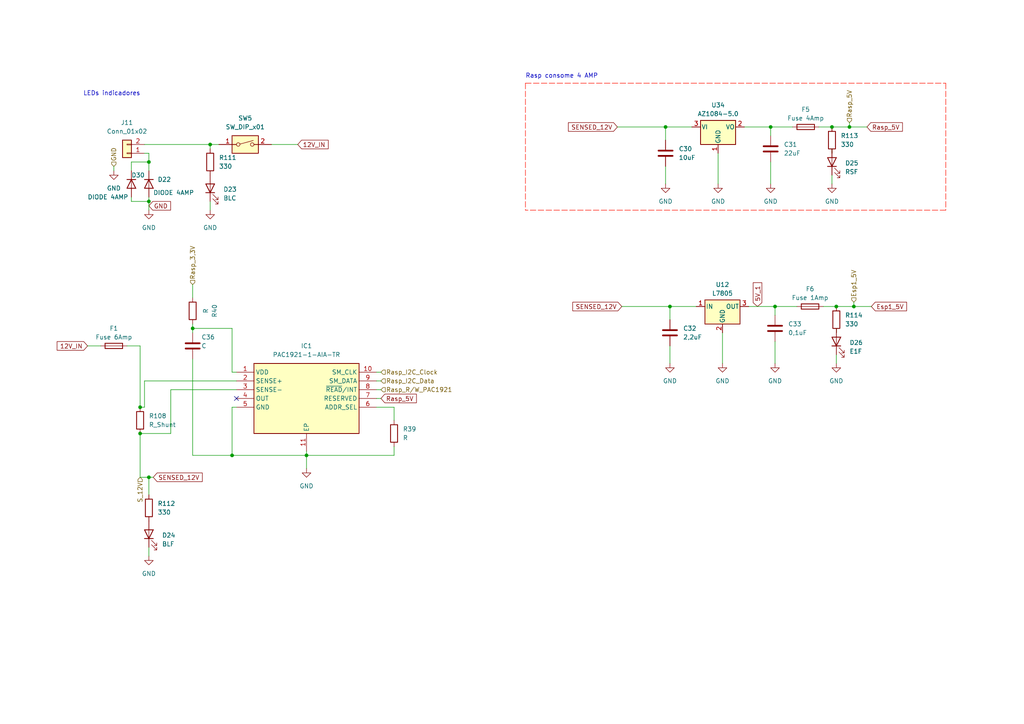
<source format=kicad_sch>
(kicad_sch (version 20230121) (generator eeschema)

  (uuid 231965f1-aea9-44e9-9e74-68b94dd0c3ba)

  (paper "A4")

  (title_block
    (rev "1")
  )

  (lib_symbols
    (symbol "Connector_Generic:Conn_01x02" (pin_names (offset 1.016) hide) (in_bom yes) (on_board yes)
      (property "Reference" "J" (at 0 2.54 0)
        (effects (font (size 1.27 1.27)))
      )
      (property "Value" "Conn_01x02" (at 0 -5.08 0)
        (effects (font (size 1.27 1.27)))
      )
      (property "Footprint" "" (at 0 0 0)
        (effects (font (size 1.27 1.27)) hide)
      )
      (property "Datasheet" "~" (at 0 0 0)
        (effects (font (size 1.27 1.27)) hide)
      )
      (property "ki_keywords" "connector" (at 0 0 0)
        (effects (font (size 1.27 1.27)) hide)
      )
      (property "ki_description" "Generic connector, single row, 01x02, script generated (kicad-library-utils/schlib/autogen/connector/)" (at 0 0 0)
        (effects (font (size 1.27 1.27)) hide)
      )
      (property "ki_fp_filters" "Connector*:*_1x??_*" (at 0 0 0)
        (effects (font (size 1.27 1.27)) hide)
      )
      (symbol "Conn_01x02_1_1"
        (rectangle (start -1.27 -2.413) (end 0 -2.667)
          (stroke (width 0.1524) (type default))
          (fill (type none))
        )
        (rectangle (start -1.27 0.127) (end 0 -0.127)
          (stroke (width 0.1524) (type default))
          (fill (type none))
        )
        (rectangle (start -1.27 1.27) (end 1.27 -3.81)
          (stroke (width 0.254) (type default))
          (fill (type background))
        )
        (pin passive line (at -5.08 0 0) (length 3.81)
          (name "Pin_1" (effects (font (size 1.27 1.27))))
          (number "1" (effects (font (size 1.27 1.27))))
        )
        (pin passive line (at -5.08 -2.54 0) (length 3.81)
          (name "Pin_2" (effects (font (size 1.27 1.27))))
          (number "2" (effects (font (size 1.27 1.27))))
        )
      )
    )
    (symbol "Device:C" (pin_numbers hide) (pin_names (offset 0.254)) (in_bom yes) (on_board yes)
      (property "Reference" "C" (at 0.635 2.54 0)
        (effects (font (size 1.27 1.27)) (justify left))
      )
      (property "Value" "C" (at 0.635 -2.54 0)
        (effects (font (size 1.27 1.27)) (justify left))
      )
      (property "Footprint" "" (at 0.9652 -3.81 0)
        (effects (font (size 1.27 1.27)) hide)
      )
      (property "Datasheet" "~" (at 0 0 0)
        (effects (font (size 1.27 1.27)) hide)
      )
      (property "ki_keywords" "cap capacitor" (at 0 0 0)
        (effects (font (size 1.27 1.27)) hide)
      )
      (property "ki_description" "Unpolarized capacitor" (at 0 0 0)
        (effects (font (size 1.27 1.27)) hide)
      )
      (property "ki_fp_filters" "C_*" (at 0 0 0)
        (effects (font (size 1.27 1.27)) hide)
      )
      (symbol "C_0_1"
        (polyline
          (pts
            (xy -2.032 -0.762)
            (xy 2.032 -0.762)
          )
          (stroke (width 0.508) (type default))
          (fill (type none))
        )
        (polyline
          (pts
            (xy -2.032 0.762)
            (xy 2.032 0.762)
          )
          (stroke (width 0.508) (type default))
          (fill (type none))
        )
      )
      (symbol "C_1_1"
        (pin passive line (at 0 3.81 270) (length 2.794)
          (name "~" (effects (font (size 1.27 1.27))))
          (number "1" (effects (font (size 1.27 1.27))))
        )
        (pin passive line (at 0 -3.81 90) (length 2.794)
          (name "~" (effects (font (size 1.27 1.27))))
          (number "2" (effects (font (size 1.27 1.27))))
        )
      )
    )
    (symbol "Device:D" (pin_numbers hide) (pin_names (offset 1.016) hide) (in_bom yes) (on_board yes)
      (property "Reference" "D" (at 0 2.54 0)
        (effects (font (size 1.27 1.27)))
      )
      (property "Value" "D" (at 0 -2.54 0)
        (effects (font (size 1.27 1.27)))
      )
      (property "Footprint" "" (at 0 0 0)
        (effects (font (size 1.27 1.27)) hide)
      )
      (property "Datasheet" "~" (at 0 0 0)
        (effects (font (size 1.27 1.27)) hide)
      )
      (property "Sim.Device" "D" (at 0 0 0)
        (effects (font (size 1.27 1.27)) hide)
      )
      (property "Sim.Pins" "1=K 2=A" (at 0 0 0)
        (effects (font (size 1.27 1.27)) hide)
      )
      (property "ki_keywords" "diode" (at 0 0 0)
        (effects (font (size 1.27 1.27)) hide)
      )
      (property "ki_description" "Diode" (at 0 0 0)
        (effects (font (size 1.27 1.27)) hide)
      )
      (property "ki_fp_filters" "TO-???* *_Diode_* *SingleDiode* D_*" (at 0 0 0)
        (effects (font (size 1.27 1.27)) hide)
      )
      (symbol "D_0_1"
        (polyline
          (pts
            (xy -1.27 1.27)
            (xy -1.27 -1.27)
          )
          (stroke (width 0.254) (type default))
          (fill (type none))
        )
        (polyline
          (pts
            (xy 1.27 0)
            (xy -1.27 0)
          )
          (stroke (width 0) (type default))
          (fill (type none))
        )
        (polyline
          (pts
            (xy 1.27 1.27)
            (xy 1.27 -1.27)
            (xy -1.27 0)
            (xy 1.27 1.27)
          )
          (stroke (width 0.254) (type default))
          (fill (type none))
        )
      )
      (symbol "D_1_1"
        (pin passive line (at -3.81 0 0) (length 2.54)
          (name "K" (effects (font (size 1.27 1.27))))
          (number "1" (effects (font (size 1.27 1.27))))
        )
        (pin passive line (at 3.81 0 180) (length 2.54)
          (name "A" (effects (font (size 1.27 1.27))))
          (number "2" (effects (font (size 1.27 1.27))))
        )
      )
    )
    (symbol "Device:Fuse" (pin_numbers hide) (pin_names (offset 0)) (in_bom yes) (on_board yes)
      (property "Reference" "F" (at 2.032 0 90)
        (effects (font (size 1.27 1.27)))
      )
      (property "Value" "Fuse" (at -1.905 0 90)
        (effects (font (size 1.27 1.27)))
      )
      (property "Footprint" "" (at -1.778 0 90)
        (effects (font (size 1.27 1.27)) hide)
      )
      (property "Datasheet" "~" (at 0 0 0)
        (effects (font (size 1.27 1.27)) hide)
      )
      (property "ki_keywords" "fuse" (at 0 0 0)
        (effects (font (size 1.27 1.27)) hide)
      )
      (property "ki_description" "Fuse" (at 0 0 0)
        (effects (font (size 1.27 1.27)) hide)
      )
      (property "ki_fp_filters" "*Fuse*" (at 0 0 0)
        (effects (font (size 1.27 1.27)) hide)
      )
      (symbol "Fuse_0_1"
        (rectangle (start -0.762 -2.54) (end 0.762 2.54)
          (stroke (width 0.254) (type default))
          (fill (type none))
        )
        (polyline
          (pts
            (xy 0 2.54)
            (xy 0 -2.54)
          )
          (stroke (width 0) (type default))
          (fill (type none))
        )
      )
      (symbol "Fuse_1_1"
        (pin passive line (at 0 3.81 270) (length 1.27)
          (name "~" (effects (font (size 1.27 1.27))))
          (number "1" (effects (font (size 1.27 1.27))))
        )
        (pin passive line (at 0 -3.81 90) (length 1.27)
          (name "~" (effects (font (size 1.27 1.27))))
          (number "2" (effects (font (size 1.27 1.27))))
        )
      )
    )
    (symbol "Device:LED" (pin_numbers hide) (pin_names (offset 1.016) hide) (in_bom yes) (on_board yes)
      (property "Reference" "D" (at 0 2.54 0)
        (effects (font (size 1.27 1.27)))
      )
      (property "Value" "LED" (at 0 -2.54 0)
        (effects (font (size 1.27 1.27)))
      )
      (property "Footprint" "" (at 0 0 0)
        (effects (font (size 1.27 1.27)) hide)
      )
      (property "Datasheet" "~" (at 0 0 0)
        (effects (font (size 1.27 1.27)) hide)
      )
      (property "ki_keywords" "LED diode" (at 0 0 0)
        (effects (font (size 1.27 1.27)) hide)
      )
      (property "ki_description" "Light emitting diode" (at 0 0 0)
        (effects (font (size 1.27 1.27)) hide)
      )
      (property "ki_fp_filters" "LED* LED_SMD:* LED_THT:*" (at 0 0 0)
        (effects (font (size 1.27 1.27)) hide)
      )
      (symbol "LED_0_1"
        (polyline
          (pts
            (xy -1.27 -1.27)
            (xy -1.27 1.27)
          )
          (stroke (width 0.254) (type default))
          (fill (type none))
        )
        (polyline
          (pts
            (xy -1.27 0)
            (xy 1.27 0)
          )
          (stroke (width 0) (type default))
          (fill (type none))
        )
        (polyline
          (pts
            (xy 1.27 -1.27)
            (xy 1.27 1.27)
            (xy -1.27 0)
            (xy 1.27 -1.27)
          )
          (stroke (width 0.254) (type default))
          (fill (type none))
        )
        (polyline
          (pts
            (xy -3.048 -0.762)
            (xy -4.572 -2.286)
            (xy -3.81 -2.286)
            (xy -4.572 -2.286)
            (xy -4.572 -1.524)
          )
          (stroke (width 0) (type default))
          (fill (type none))
        )
        (polyline
          (pts
            (xy -1.778 -0.762)
            (xy -3.302 -2.286)
            (xy -2.54 -2.286)
            (xy -3.302 -2.286)
            (xy -3.302 -1.524)
          )
          (stroke (width 0) (type default))
          (fill (type none))
        )
      )
      (symbol "LED_1_1"
        (pin passive line (at -3.81 0 0) (length 2.54)
          (name "K" (effects (font (size 1.27 1.27))))
          (number "1" (effects (font (size 1.27 1.27))))
        )
        (pin passive line (at 3.81 0 180) (length 2.54)
          (name "A" (effects (font (size 1.27 1.27))))
          (number "2" (effects (font (size 1.27 1.27))))
        )
      )
    )
    (symbol "Device:R" (pin_numbers hide) (pin_names (offset 0)) (in_bom yes) (on_board yes)
      (property "Reference" "R" (at 2.032 0 90)
        (effects (font (size 1.27 1.27)))
      )
      (property "Value" "R" (at 0 0 90)
        (effects (font (size 1.27 1.27)))
      )
      (property "Footprint" "" (at -1.778 0 90)
        (effects (font (size 1.27 1.27)) hide)
      )
      (property "Datasheet" "~" (at 0 0 0)
        (effects (font (size 1.27 1.27)) hide)
      )
      (property "ki_keywords" "R res resistor" (at 0 0 0)
        (effects (font (size 1.27 1.27)) hide)
      )
      (property "ki_description" "Resistor" (at 0 0 0)
        (effects (font (size 1.27 1.27)) hide)
      )
      (property "ki_fp_filters" "R_*" (at 0 0 0)
        (effects (font (size 1.27 1.27)) hide)
      )
      (symbol "R_0_1"
        (rectangle (start -1.016 -2.54) (end 1.016 2.54)
          (stroke (width 0.254) (type default))
          (fill (type none))
        )
      )
      (symbol "R_1_1"
        (pin passive line (at 0 3.81 270) (length 1.27)
          (name "~" (effects (font (size 1.27 1.27))))
          (number "1" (effects (font (size 1.27 1.27))))
        )
        (pin passive line (at 0 -3.81 90) (length 1.27)
          (name "~" (effects (font (size 1.27 1.27))))
          (number "2" (effects (font (size 1.27 1.27))))
        )
      )
    )
    (symbol "PAC1921:PAC1921-1-AIA-TR" (in_bom yes) (on_board yes)
      (property "Reference" "IC" (at 36.83 7.62 0)
        (effects (font (size 1.27 1.27)) (justify left top))
      )
      (property "Value" "PAC1921-1-AIA-TR" (at 36.83 5.08 0)
        (effects (font (size 1.27 1.27)) (justify left top))
      )
      (property "Footprint" "SON50P300X300X90-11N-D" (at 36.83 -94.92 0)
        (effects (font (size 1.27 1.27)) (justify left top) hide)
      )
      (property "Datasheet" "https://ww1.microchip.com/downloads/en/DeviceDoc/PAC1921-Data-Sheet-DS20005293E.pdf" (at 36.83 -194.92 0)
        (effects (font (size 1.27 1.27)) (justify left top) hide)
      )
      (property "Height" "0.9" (at 36.83 -394.92 0)
        (effects (font (size 1.27 1.27)) (justify left top) hide)
      )
      (property "Mouser Part Number" "579-PAC1921-1-AIA-TR" (at 36.83 -494.92 0)
        (effects (font (size 1.27 1.27)) (justify left top) hide)
      )
      (property "Mouser Price/Stock" "https://www.mouser.co.uk/ProductDetail/Microchip-Technology/PAC1921-1-AIA-TR?qs=7SaOZgBIvyvFr0obZE5QtA%3D%3D" (at 36.83 -594.92 0)
        (effects (font (size 1.27 1.27)) (justify left top) hide)
      )
      (property "Manufacturer_Name" "Microchip" (at 36.83 -694.92 0)
        (effects (font (size 1.27 1.27)) (justify left top) hide)
      )
      (property "Manufacturer_Part_Number" "PAC1921-1-AIA-TR" (at 36.83 -794.92 0)
        (effects (font (size 1.27 1.27)) (justify left top) hide)
      )
      (property "ki_description" "Current & Power Monitors & Regulators Single High Side Current Sensor, I2C/SMBus with Analog Output, 32V" (at 0 0 0)
        (effects (font (size 1.27 1.27)) hide)
      )
      (symbol "PAC1921-1-AIA-TR_1_1"
        (rectangle (start 5.08 2.54) (end 35.56 -17.78)
          (stroke (width 0.254) (type default))
          (fill (type background))
        )
        (pin passive line (at 0 0 0) (length 5.08)
          (name "VDD" (effects (font (size 1.27 1.27))))
          (number "1" (effects (font (size 1.27 1.27))))
        )
        (pin passive line (at 40.64 0 180) (length 5.08)
          (name "SM_CLK" (effects (font (size 1.27 1.27))))
          (number "10" (effects (font (size 1.27 1.27))))
        )
        (pin passive line (at 20.32 -22.86 90) (length 5.08)
          (name "EP" (effects (font (size 1.27 1.27))))
          (number "11" (effects (font (size 1.27 1.27))))
        )
        (pin passive line (at 0 -2.54 0) (length 5.08)
          (name "SENSE+" (effects (font (size 1.27 1.27))))
          (number "2" (effects (font (size 1.27 1.27))))
        )
        (pin passive line (at 0 -5.08 0) (length 5.08)
          (name "SENSE-" (effects (font (size 1.27 1.27))))
          (number "3" (effects (font (size 1.27 1.27))))
        )
        (pin passive line (at 0 -7.62 0) (length 5.08)
          (name "OUT" (effects (font (size 1.27 1.27))))
          (number "4" (effects (font (size 1.27 1.27))))
        )
        (pin passive line (at 0 -10.16 0) (length 5.08)
          (name "GND" (effects (font (size 1.27 1.27))))
          (number "5" (effects (font (size 1.27 1.27))))
        )
        (pin passive line (at 40.64 -10.16 180) (length 5.08)
          (name "ADDR_SEL" (effects (font (size 1.27 1.27))))
          (number "6" (effects (font (size 1.27 1.27))))
        )
        (pin passive line (at 40.64 -7.62 180) (length 5.08)
          (name "RESERVED" (effects (font (size 1.27 1.27))))
          (number "7" (effects (font (size 1.27 1.27))))
        )
        (pin passive line (at 40.64 -5.08 180) (length 5.08)
          (name "~{READ}/INT" (effects (font (size 1.27 1.27))))
          (number "8" (effects (font (size 1.27 1.27))))
        )
        (pin passive line (at 40.64 -2.54 180) (length 5.08)
          (name "SM_DATA" (effects (font (size 1.27 1.27))))
          (number "9" (effects (font (size 1.27 1.27))))
        )
      )
    )
    (symbol "Regulator_Linear:AZ1084-5.0" (pin_names (offset 0.254)) (in_bom yes) (on_board yes)
      (property "Reference" "U" (at -3.81 3.175 0)
        (effects (font (size 1.27 1.27)))
      )
      (property "Value" "AZ1084-5.0" (at 0 3.175 0)
        (effects (font (size 1.27 1.27)) (justify left))
      )
      (property "Footprint" "" (at 0 6.35 0)
        (effects (font (size 1.27 1.27) italic) hide)
      )
      (property "Datasheet" "https://www.diodes.com/assets/Datasheets/AZ1084.pdf" (at 0 0 0)
        (effects (font (size 1.27 1.27)) hide)
      )
      (property "ki_keywords" "Fixed Voltage Regulator 5A Positive LDO" (at 0 0 0)
        (effects (font (size 1.27 1.27)) hide)
      )
      (property "ki_description" "5A 12V Fixed LDO Linear Regulator, 1.5V, TO-220/TO-252/TO-263" (at 0 0 0)
        (effects (font (size 1.27 1.27)) hide)
      )
      (property "ki_fp_filters" "TO?220* TO?252* TO?263*" (at 0 0 0)
        (effects (font (size 1.27 1.27)) hide)
      )
      (symbol "AZ1084-5.0_0_1"
        (rectangle (start -5.08 1.905) (end 5.08 -5.08)
          (stroke (width 0.254) (type default))
          (fill (type background))
        )
      )
      (symbol "AZ1084-5.0_1_1"
        (pin power_in line (at 0 -7.62 90) (length 2.54)
          (name "GND" (effects (font (size 1.27 1.27))))
          (number "1" (effects (font (size 1.27 1.27))))
        )
        (pin power_out line (at 7.62 0 180) (length 2.54)
          (name "VO" (effects (font (size 1.27 1.27))))
          (number "2" (effects (font (size 1.27 1.27))))
        )
        (pin power_in line (at -7.62 0 0) (length 2.54)
          (name "VI" (effects (font (size 1.27 1.27))))
          (number "3" (effects (font (size 1.27 1.27))))
        )
      )
    )
    (symbol "Regulator_Linear:L7805" (pin_names (offset 0.254)) (in_bom yes) (on_board yes)
      (property "Reference" "U" (at -3.81 3.175 0)
        (effects (font (size 1.27 1.27)))
      )
      (property "Value" "L7805" (at 0 3.175 0)
        (effects (font (size 1.27 1.27)) (justify left))
      )
      (property "Footprint" "" (at 0.635 -3.81 0)
        (effects (font (size 1.27 1.27) italic) (justify left) hide)
      )
      (property "Datasheet" "http://www.st.com/content/ccc/resource/technical/document/datasheet/41/4f/b3/b0/12/d4/47/88/CD00000444.pdf/files/CD00000444.pdf/jcr:content/translations/en.CD00000444.pdf" (at 0 -1.27 0)
        (effects (font (size 1.27 1.27)) hide)
      )
      (property "ki_keywords" "Voltage Regulator 1.5A Positive" (at 0 0 0)
        (effects (font (size 1.27 1.27)) hide)
      )
      (property "ki_description" "Positive 1.5A 35V Linear Regulator, Fixed Output 5V, TO-220/TO-263/TO-252" (at 0 0 0)
        (effects (font (size 1.27 1.27)) hide)
      )
      (property "ki_fp_filters" "TO?252* TO?263* TO?220*" (at 0 0 0)
        (effects (font (size 1.27 1.27)) hide)
      )
      (symbol "L7805_0_1"
        (rectangle (start -5.08 1.905) (end 5.08 -5.08)
          (stroke (width 0.254) (type default))
          (fill (type background))
        )
      )
      (symbol "L7805_1_1"
        (pin power_in line (at -7.62 0 0) (length 2.54)
          (name "IN" (effects (font (size 1.27 1.27))))
          (number "1" (effects (font (size 1.27 1.27))))
        )
        (pin power_in line (at 0 -7.62 90) (length 2.54)
          (name "GND" (effects (font (size 1.27 1.27))))
          (number "2" (effects (font (size 1.27 1.27))))
        )
        (pin power_out line (at 7.62 0 180) (length 2.54)
          (name "OUT" (effects (font (size 1.27 1.27))))
          (number "3" (effects (font (size 1.27 1.27))))
        )
      )
    )
    (symbol "Switch:SW_DIP_x01" (pin_names (offset 0) hide) (in_bom yes) (on_board yes)
      (property "Reference" "SW" (at 0 3.81 0)
        (effects (font (size 1.27 1.27)))
      )
      (property "Value" "SW_DIP_x01" (at 0 -3.81 0)
        (effects (font (size 1.27 1.27)))
      )
      (property "Footprint" "" (at 0 0 0)
        (effects (font (size 1.27 1.27)) hide)
      )
      (property "Datasheet" "~" (at 0 0 0)
        (effects (font (size 1.27 1.27)) hide)
      )
      (property "ki_keywords" "dip switch" (at 0 0 0)
        (effects (font (size 1.27 1.27)) hide)
      )
      (property "ki_description" "1x DIP Switch, Single Pole Single Throw (SPST) switch, small symbol" (at 0 0 0)
        (effects (font (size 1.27 1.27)) hide)
      )
      (property "ki_fp_filters" "SW?DIP?x1*" (at 0 0 0)
        (effects (font (size 1.27 1.27)) hide)
      )
      (symbol "SW_DIP_x01_0_0"
        (circle (center -2.032 0) (radius 0.508)
          (stroke (width 0) (type default))
          (fill (type none))
        )
        (polyline
          (pts
            (xy -1.524 0.127)
            (xy 2.3622 1.1684)
          )
          (stroke (width 0) (type default))
          (fill (type none))
        )
        (circle (center 2.032 0) (radius 0.508)
          (stroke (width 0) (type default))
          (fill (type none))
        )
      )
      (symbol "SW_DIP_x01_0_1"
        (rectangle (start -3.81 2.54) (end 3.81 -2.54)
          (stroke (width 0.254) (type default))
          (fill (type background))
        )
      )
      (symbol "SW_DIP_x01_1_1"
        (pin passive line (at -7.62 0 0) (length 5.08)
          (name "~" (effects (font (size 1.27 1.27))))
          (number "1" (effects (font (size 1.27 1.27))))
        )
        (pin passive line (at 7.62 0 180) (length 5.08)
          (name "~" (effects (font (size 1.27 1.27))))
          (number "2" (effects (font (size 1.27 1.27))))
        )
      )
    )
    (symbol "power:GND" (power) (pin_names (offset 0)) (in_bom yes) (on_board yes)
      (property "Reference" "#PWR" (at 0 -6.35 0)
        (effects (font (size 1.27 1.27)) hide)
      )
      (property "Value" "GND" (at 0 -3.81 0)
        (effects (font (size 1.27 1.27)))
      )
      (property "Footprint" "" (at 0 0 0)
        (effects (font (size 1.27 1.27)) hide)
      )
      (property "Datasheet" "" (at 0 0 0)
        (effects (font (size 1.27 1.27)) hide)
      )
      (property "ki_keywords" "global power" (at 0 0 0)
        (effects (font (size 1.27 1.27)) hide)
      )
      (property "ki_description" "Power symbol creates a global label with name \"GND\" , ground" (at 0 0 0)
        (effects (font (size 1.27 1.27)) hide)
      )
      (symbol "GND_0_1"
        (polyline
          (pts
            (xy 0 0)
            (xy 0 -1.27)
            (xy 1.27 -1.27)
            (xy 0 -2.54)
            (xy -1.27 -1.27)
            (xy 0 -1.27)
          )
          (stroke (width 0) (type default))
          (fill (type none))
        )
      )
      (symbol "GND_1_1"
        (pin power_in line (at 0 0 270) (length 0) hide
          (name "GND" (effects (font (size 1.27 1.27))))
          (number "1" (effects (font (size 1.27 1.27))))
        )
      )
    )
  )

  (junction (at 247.65 88.9) (diameter 0) (color 0 0 0 0)
    (uuid 1454a245-5ffb-47bf-9ee3-77ee89d03fb1)
  )
  (junction (at 43.18 138.43) (diameter 0) (color 0 0 0 0)
    (uuid 18248785-4500-4e4f-955d-95b6fbe7cb10)
  )
  (junction (at 55.88 95.25) (diameter 0) (color 0 0 0 0)
    (uuid 2a99215e-d489-443e-b959-656f76c08713)
  )
  (junction (at 40.64 118.11) (diameter 0) (color 0 0 0 0)
    (uuid 2ce1b57c-032f-4c5c-9eb2-80edb60d65a1)
  )
  (junction (at 40.64 125.73) (diameter 0) (color 0 0 0 0)
    (uuid 34376fa1-431e-4e41-83f6-a3541b49ff48)
  )
  (junction (at 241.3 36.83) (diameter 0) (color 0 0 0 0)
    (uuid 3917ee5a-dfc6-4eb5-9687-67c77c6f9d0b)
  )
  (junction (at 246.38 36.83) (diameter 0) (color 0 0 0 0)
    (uuid 422b67e3-4481-45e7-8fa2-e1324d4cf451)
  )
  (junction (at 223.52 36.83) (diameter 0) (color 0 0 0 0)
    (uuid 44df9bf0-5da9-4e12-bba7-92306013da73)
  )
  (junction (at 193.04 36.83) (diameter 0) (color 0 0 0 0)
    (uuid 79f83d86-85a1-4cf7-9c23-ff940370ed7f)
  )
  (junction (at 43.18 58.42) (diameter 0) (color 0 0 0 0)
    (uuid 7cafdf2e-5700-4f5a-a13a-c2488aaa818b)
  )
  (junction (at 67.31 132.08) (diameter 0) (color 0 0 0 0)
    (uuid 839fd2b0-a21b-4558-a37a-24949e6cc10a)
  )
  (junction (at 43.18 46.99) (diameter 0) (color 0 0 0 0)
    (uuid 88f3a635-635d-4a0b-8e40-2f7db7a6b160)
  )
  (junction (at 242.57 88.9) (diameter 0) (color 0 0 0 0)
    (uuid a5d4819b-cfa0-4ed0-ab26-a9e353a6164e)
  )
  (junction (at 60.96 41.91) (diameter 0) (color 0 0 0 0)
    (uuid a7dc0797-ef30-41e3-a2fa-a7c5875e93ab)
  )
  (junction (at 224.79 88.9) (diameter 0) (color 0 0 0 0)
    (uuid bf2d1fc5-94d6-4d05-add2-c511b5c6993e)
  )
  (junction (at 88.9 132.08) (diameter 0) (color 0 0 0 0)
    (uuid e12a4e7f-1ea4-44d6-aa0b-e5af5c285467)
  )
  (junction (at 194.31 88.9) (diameter 0) (color 0 0 0 0)
    (uuid ef557c9a-3970-41e3-ba1b-77fbd41729ef)
  )

  (no_connect (at 68.58 115.57) (uuid 79ac3e03-88d0-404a-9085-d01cc3ea0128))

  (wire (pts (xy 194.31 88.9) (xy 201.93 88.9))
    (stroke (width 0) (type default))
    (uuid 051d504b-edb0-48d5-86c9-1fff51659361)
  )
  (wire (pts (xy 33.02 48.26) (xy 33.02 49.53))
    (stroke (width 0) (type default))
    (uuid 0bc87eb3-b539-4e38-84f5-5bc50399b189)
  )
  (wire (pts (xy 55.88 93.98) (xy 55.88 95.25))
    (stroke (width 0) (type default))
    (uuid 11d500fc-4c24-4c5c-b759-8ca068f0dabf)
  )
  (wire (pts (xy 223.52 46.99) (xy 223.52 53.34))
    (stroke (width 0) (type default))
    (uuid 13b32b8e-9bd2-4a97-8b00-dc9371316090)
  )
  (wire (pts (xy 223.52 36.83) (xy 223.52 39.37))
    (stroke (width 0) (type default))
    (uuid 13bbde01-18ea-436b-bd9f-b70f803a4a26)
  )
  (wire (pts (xy 247.65 88.9) (xy 252.73 88.9))
    (stroke (width 0) (type default))
    (uuid 2077dea2-b9e1-4ffe-8ca2-6a75529ba62a)
  )
  (wire (pts (xy 114.3 118.11) (xy 114.3 121.92))
    (stroke (width 0) (type default))
    (uuid 251d3353-fbd3-4053-88da-30be6a1f9f3f)
  )
  (wire (pts (xy 237.49 36.83) (xy 241.3 36.83))
    (stroke (width 0) (type default))
    (uuid 2564108f-50e1-4b26-bc75-89079e1e383d)
  )
  (wire (pts (xy 68.58 113.03) (xy 49.53 113.03))
    (stroke (width 0) (type default))
    (uuid 263face8-77db-439f-b58b-d1a45a7f115b)
  )
  (wire (pts (xy 193.04 48.26) (xy 193.04 53.34))
    (stroke (width 0) (type default))
    (uuid 2903633a-478a-41a7-81dc-cb5ecaba739d)
  )
  (wire (pts (xy 41.91 44.45) (xy 43.18 44.45))
    (stroke (width 0) (type default))
    (uuid 2955bb38-97c9-41c4-b45c-cacec15dd21a)
  )
  (wire (pts (xy 179.07 36.83) (xy 193.04 36.83))
    (stroke (width 0) (type default))
    (uuid 2b9b0503-de98-4b3e-9d69-d312593594a9)
  )
  (wire (pts (xy 110.49 115.57) (xy 109.22 115.57))
    (stroke (width 0) (type default))
    (uuid 2fa07fd0-b121-415c-a3e0-23d865a0b80d)
  )
  (wire (pts (xy 114.3 129.54) (xy 114.3 132.08))
    (stroke (width 0) (type default))
    (uuid 319591fc-56df-4021-81d2-d5b9b5036b3f)
  )
  (wire (pts (xy 193.04 40.64) (xy 193.04 36.83))
    (stroke (width 0) (type default))
    (uuid 32ad9ade-d686-4d01-8a3a-4572415f55df)
  )
  (wire (pts (xy 193.04 36.83) (xy 200.66 36.83))
    (stroke (width 0) (type default))
    (uuid 335a6516-9e3d-49af-9642-ddf679dd39e7)
  )
  (wire (pts (xy 208.28 44.45) (xy 208.28 53.34))
    (stroke (width 0) (type default))
    (uuid 38255820-4ed0-45da-886a-285ed7f2eb38)
  )
  (wire (pts (xy 247.65 87.63) (xy 247.65 88.9))
    (stroke (width 0) (type default))
    (uuid 4274ede8-f992-4f7a-9fd2-63437e49e140)
  )
  (wire (pts (xy 43.18 46.99) (xy 43.18 49.53))
    (stroke (width 0) (type default))
    (uuid 4626492f-9295-4089-b46d-01c443517d5b)
  )
  (wire (pts (xy 43.18 57.15) (xy 43.18 58.42))
    (stroke (width 0) (type default))
    (uuid 49f31611-b1cd-4cef-b9a6-ddce0f86e712)
  )
  (wire (pts (xy 224.79 88.9) (xy 224.79 91.44))
    (stroke (width 0) (type default))
    (uuid 50159dae-4557-4a8d-8e48-bf6b95da43dd)
  )
  (wire (pts (xy 238.76 88.9) (xy 242.57 88.9))
    (stroke (width 0) (type default))
    (uuid 54e69465-c94b-471a-83ad-263debbcc6b9)
  )
  (wire (pts (xy 224.79 99.06) (xy 224.79 105.41))
    (stroke (width 0) (type default))
    (uuid 5a9c5bef-d5fa-48bf-819e-06e9539a9328)
  )
  (wire (pts (xy 55.88 104.14) (xy 55.88 132.08))
    (stroke (width 0) (type default))
    (uuid 5b7a685e-0f2d-4177-b101-1a28e86c32ba)
  )
  (wire (pts (xy 38.1 58.42) (xy 43.18 58.42))
    (stroke (width 0) (type default))
    (uuid 5b9bd3c5-0c5d-4985-89ea-a392d3907ad1)
  )
  (wire (pts (xy 274.32 24.13) (xy 274.32 60.96))
    (stroke (width 0) (type dash) (color 255 15 0 1))
    (uuid 5e010a1f-9d40-48fa-89db-89735e3f2280)
  )
  (wire (pts (xy 43.18 158.75) (xy 43.18 161.29))
    (stroke (width 0) (type default))
    (uuid 5e626309-437d-485a-af1d-d9252dcb6c4d)
  )
  (wire (pts (xy 241.3 36.83) (xy 246.38 36.83))
    (stroke (width 0) (type default))
    (uuid 61ec321e-9de3-4994-b1d0-7697880d0ff1)
  )
  (wire (pts (xy 38.1 57.15) (xy 38.1 58.42))
    (stroke (width 0) (type default))
    (uuid 64992041-3cb3-4482-bbf5-d46d6b495604)
  )
  (wire (pts (xy 36.83 100.33) (xy 40.64 100.33))
    (stroke (width 0) (type default))
    (uuid 6607024f-a995-4d9d-bb19-63119a22ccfc)
  )
  (wire (pts (xy 55.88 95.25) (xy 55.88 96.52))
    (stroke (width 0) (type default))
    (uuid 660bea67-aa14-4076-9719-55f4fd06b010)
  )
  (wire (pts (xy 241.3 50.8) (xy 241.3 53.34))
    (stroke (width 0) (type default))
    (uuid 712c082f-ae26-4409-8359-7b02ea7a0b61)
  )
  (wire (pts (xy 40.64 125.73) (xy 40.64 138.43))
    (stroke (width 0) (type default))
    (uuid 71d70cbf-228b-4f18-abca-46f99a5f0f76)
  )
  (wire (pts (xy 40.64 118.11) (xy 41.91 118.11))
    (stroke (width 0) (type default))
    (uuid 74aa397e-4cbe-4170-89b7-fc18222dacfb)
  )
  (wire (pts (xy 209.55 96.52) (xy 209.55 105.41))
    (stroke (width 0) (type default))
    (uuid 78239058-78bc-433f-a6fe-b837fbda54a1)
  )
  (wire (pts (xy 38.1 46.99) (xy 43.18 46.99))
    (stroke (width 0) (type default))
    (uuid 7948b7c2-b0a7-4f2e-ad77-228511f820ac)
  )
  (wire (pts (xy 194.31 92.71) (xy 194.31 88.9))
    (stroke (width 0) (type default))
    (uuid 7ff704ca-7846-4633-b676-0d9ebf1b034d)
  )
  (wire (pts (xy 88.9 132.08) (xy 88.9 130.81))
    (stroke (width 0) (type default))
    (uuid 8345a577-2282-41e1-8a5b-d8527fb9cbd7)
  )
  (wire (pts (xy 49.53 113.03) (xy 49.53 125.73))
    (stroke (width 0) (type default))
    (uuid 8cf22af7-f31f-44a7-ab88-f1bf26a47e2b)
  )
  (wire (pts (xy 109.22 118.11) (xy 114.3 118.11))
    (stroke (width 0) (type default))
    (uuid 8f16552f-558f-489c-be72-a98e0c6a7718)
  )
  (wire (pts (xy 43.18 58.42) (xy 43.18 60.96))
    (stroke (width 0) (type default))
    (uuid 9342c0a4-e81f-4c16-aff9-4e403994f371)
  )
  (wire (pts (xy 55.88 82.55) (xy 55.88 86.36))
    (stroke (width 0) (type default))
    (uuid 94fbd3a3-445f-4b24-84e7-1458feeebf2c)
  )
  (wire (pts (xy 246.38 36.83) (xy 251.46 36.83))
    (stroke (width 0) (type default))
    (uuid 95be6177-2c13-40cf-87a6-bb160fbb747d)
  )
  (wire (pts (xy 242.57 95.25) (xy 242.57 96.52))
    (stroke (width 0) (type default))
    (uuid 969491f9-403a-438e-866f-0dcc6e5d7a32)
  )
  (wire (pts (xy 194.31 100.33) (xy 194.31 105.41))
    (stroke (width 0) (type default))
    (uuid 99d6aecd-2fa8-4aef-970e-c1f44c32bf2b)
  )
  (wire (pts (xy 60.96 41.91) (xy 60.96 43.18))
    (stroke (width 0) (type default))
    (uuid 9dd352dd-57ac-4a0b-940b-a3815c6cff7c)
  )
  (wire (pts (xy 274.32 60.96) (xy 152.4 60.96))
    (stroke (width 0) (type dash) (color 255 15 0 1))
    (uuid 9f71f1f9-3477-4f20-9668-da1b76c057ef)
  )
  (wire (pts (xy 223.52 36.83) (xy 229.87 36.83))
    (stroke (width 0) (type default))
    (uuid 9f8b4266-2831-4a9f-a33a-298eb468fd94)
  )
  (wire (pts (xy 114.3 132.08) (xy 88.9 132.08))
    (stroke (width 0) (type default))
    (uuid a0d3ade8-40fc-4517-91e9-8d259d720dbc)
  )
  (wire (pts (xy 152.4 24.13) (xy 152.4 60.96))
    (stroke (width 0) (type dash) (color 255 15 0 1))
    (uuid a178c4ca-6ba6-4821-a757-26d03b6f7414)
  )
  (wire (pts (xy 41.91 41.91) (xy 60.96 41.91))
    (stroke (width 0) (type default))
    (uuid a999e7a9-12b6-464f-8c42-42fa7cf92e56)
  )
  (wire (pts (xy 88.9 132.08) (xy 88.9 135.89))
    (stroke (width 0) (type default))
    (uuid a9c9a053-c826-4d29-a612-6aa92cd8bd77)
  )
  (wire (pts (xy 41.91 118.11) (xy 41.91 110.49))
    (stroke (width 0) (type default))
    (uuid ad929743-248e-4cd4-89f9-4c007f632c52)
  )
  (wire (pts (xy 67.31 107.95) (xy 67.31 95.25))
    (stroke (width 0) (type default))
    (uuid b3e1dd66-061e-421a-bb2c-f01dec327e0d)
  )
  (wire (pts (xy 180.34 88.9) (xy 194.31 88.9))
    (stroke (width 0) (type default))
    (uuid b68ad5d4-d562-45e9-8bfb-09f18a97e2a3)
  )
  (wire (pts (xy 242.57 102.87) (xy 242.57 105.41))
    (stroke (width 0) (type default))
    (uuid b7eccd76-3919-4dce-a203-229ead2599d2)
  )
  (wire (pts (xy 217.17 88.9) (xy 224.79 88.9))
    (stroke (width 0) (type default))
    (uuid b902392d-041e-4fa2-8b78-7c975d757622)
  )
  (wire (pts (xy 241.3 43.18) (xy 241.3 44.45))
    (stroke (width 0) (type default))
    (uuid bbd22a33-eb2e-43d1-80bd-0675b7465cf7)
  )
  (wire (pts (xy 43.18 138.43) (xy 43.18 143.51))
    (stroke (width 0) (type default))
    (uuid bf182e7c-c8ed-405b-ae02-cd252832c8b1)
  )
  (wire (pts (xy 67.31 118.11) (xy 67.31 132.08))
    (stroke (width 0) (type default))
    (uuid c0c5b7a8-3b87-46b8-9388-7d3085d9470b)
  )
  (wire (pts (xy 242.57 88.9) (xy 247.65 88.9))
    (stroke (width 0) (type default))
    (uuid c82e53c7-63ca-4409-b363-f50ebaf5d44f)
  )
  (wire (pts (xy 43.18 138.43) (xy 40.64 138.43))
    (stroke (width 0) (type default))
    (uuid c83d33ee-0b52-4501-beb3-a1dc77e195bc)
  )
  (wire (pts (xy 55.88 132.08) (xy 67.31 132.08))
    (stroke (width 0) (type default))
    (uuid c94bea1b-9f52-4a73-bd92-586cca9e7832)
  )
  (wire (pts (xy 78.74 41.91) (xy 86.36 41.91))
    (stroke (width 0) (type default))
    (uuid cb14bc11-df90-4196-a656-035ebe2cf360)
  )
  (wire (pts (xy 60.96 41.91) (xy 63.5 41.91))
    (stroke (width 0) (type default))
    (uuid cea71bd0-04e4-4904-98ae-a76a24dc1494)
  )
  (wire (pts (xy 60.96 58.42) (xy 60.96 60.96))
    (stroke (width 0) (type default))
    (uuid d05868d9-3677-4579-aba2-c7cf7396e7db)
  )
  (wire (pts (xy 246.38 35.56) (xy 246.38 36.83))
    (stroke (width 0) (type default))
    (uuid d222ad73-9a57-485c-b76a-a7319e49c8ca)
  )
  (wire (pts (xy 152.4 24.13) (xy 274.32 24.13))
    (stroke (width 0) (type dash) (color 255 15 0 1))
    (uuid d4bbc9b9-92bd-4366-a06f-649be0ace571)
  )
  (wire (pts (xy 43.18 44.45) (xy 43.18 46.99))
    (stroke (width 0) (type default))
    (uuid daf43bdf-d03e-4d8e-b6f4-e792726d8368)
  )
  (wire (pts (xy 25.4 100.33) (xy 29.21 100.33))
    (stroke (width 0) (type default))
    (uuid db6e1e26-6553-4176-8b3f-b69811268112)
  )
  (wire (pts (xy 67.31 118.11) (xy 68.58 118.11))
    (stroke (width 0) (type default))
    (uuid dbe05f93-f76a-4b2a-8e47-9eb0a652ea89)
  )
  (wire (pts (xy 41.91 110.49) (xy 68.58 110.49))
    (stroke (width 0) (type default))
    (uuid dcc05195-933d-441d-b6f1-3a6746d8cbd4)
  )
  (wire (pts (xy 67.31 132.08) (xy 88.9 132.08))
    (stroke (width 0) (type default))
    (uuid dd86cffb-fb86-4dc6-9aa9-2948e14a85e3)
  )
  (wire (pts (xy 109.22 113.03) (xy 110.49 113.03))
    (stroke (width 0) (type default))
    (uuid e060a18f-3932-4485-b86e-ee77ed615a47)
  )
  (wire (pts (xy 44.45 138.43) (xy 43.18 138.43))
    (stroke (width 0) (type default))
    (uuid e068d5ce-f279-4e19-acb6-344c1067d509)
  )
  (wire (pts (xy 109.22 107.95) (xy 110.49 107.95))
    (stroke (width 0) (type default))
    (uuid e1bf8689-d670-4ac2-a242-c7f4fb00622a)
  )
  (wire (pts (xy 38.1 49.53) (xy 38.1 46.99))
    (stroke (width 0) (type default))
    (uuid e918b003-e766-49f5-8132-41e83695a437)
  )
  (wire (pts (xy 40.64 100.33) (xy 40.64 118.11))
    (stroke (width 0) (type default))
    (uuid f14b6de4-4831-40e2-9e07-ac43e86e202e)
  )
  (wire (pts (xy 109.22 110.49) (xy 110.49 110.49))
    (stroke (width 0) (type default))
    (uuid f57a163c-ee9b-4cf7-a1a0-13ffdcdfbd28)
  )
  (wire (pts (xy 215.9 36.83) (xy 223.52 36.83))
    (stroke (width 0) (type default))
    (uuid f672fd61-6fc9-4356-baf5-d8599abd31f9)
  )
  (wire (pts (xy 49.53 125.73) (xy 40.64 125.73))
    (stroke (width 0) (type default))
    (uuid fcac4c18-1a3a-4d24-858c-21ca8146cb49)
  )
  (wire (pts (xy 224.79 88.9) (xy 231.14 88.9))
    (stroke (width 0) (type default))
    (uuid fcf32066-83db-48a9-9b8f-7f24e27eada1)
  )
  (wire (pts (xy 67.31 107.95) (xy 68.58 107.95))
    (stroke (width 0) (type default))
    (uuid fee90b5c-d55b-4bf8-9a3f-eccb6fd7dc3b)
  )
  (wire (pts (xy 67.31 95.25) (xy 55.88 95.25))
    (stroke (width 0) (type default))
    (uuid ff632948-7a5d-42d1-b750-357f3a32db47)
  )

  (text "Rasp consome 4 AMP\n" (at 152.4 22.86 0)
    (effects (font (size 1.27 1.27)) (justify left bottom))
    (uuid 0afec06c-aef9-4aac-adaf-7461e9387c5b)
  )
  (text "LEDs indicadores\n" (at 24.13 27.94 0)
    (effects (font (size 1.27 1.27)) (justify left bottom))
    (uuid e86ea419-d73a-4c4a-9e73-bb8b275efbf0)
  )

  (global_label "SENSED_12V" (shape input) (at 180.34 88.9 180) (fields_autoplaced)
    (effects (font (size 1.27 1.27)) (justify right))
    (uuid 0cea80bc-9326-4ea2-bcfe-6b33699b691d)
    (property "Intersheetrefs" "${INTERSHEET_REFS}" (at 165.5621 88.9 0)
      (effects (font (size 1.27 1.27)) (justify right) hide)
    )
  )
  (global_label "Esp1_5V" (shape input) (at 252.73 88.9 0) (fields_autoplaced)
    (effects (font (size 1.27 1.27)) (justify left))
    (uuid 28eb142e-43b9-4954-ad6a-c74e1ecc4055)
    (property "Intersheetrefs" "${INTERSHEET_REFS}" (at 263.5165 88.9 0)
      (effects (font (size 1.27 1.27)) (justify left) hide)
    )
  )
  (global_label "SENSED_12V" (shape input) (at 44.45 138.43 0) (fields_autoplaced)
    (effects (font (size 1.27 1.27)) (justify left))
    (uuid 3ea8767c-a00d-4e4f-bc11-4839369faa7f)
    (property "Intersheetrefs" "${INTERSHEET_REFS}" (at 59.2279 138.43 0)
      (effects (font (size 1.27 1.27)) (justify left) hide)
    )
  )
  (global_label "12V_IN" (shape input) (at 86.36 41.91 0) (fields_autoplaced)
    (effects (font (size 1.27 1.27)) (justify left))
    (uuid 4136b2f1-b62c-4650-9f4c-b3c975219ce4)
    (property "Intersheetrefs" "${INTERSHEET_REFS}" (at 95.7557 41.91 0)
      (effects (font (size 1.27 1.27)) (justify left) hide)
    )
  )
  (global_label "GND" (shape input) (at 43.18 59.69 0) (fields_autoplaced)
    (effects (font (size 1.27 1.27)) (justify left))
    (uuid 4ac0e852-11c4-4b7f-abc8-296e06d70cb0)
    (property "Intersheetrefs" "${INTERSHEET_REFS}" (at 50.0357 59.69 0)
      (effects (font (size 1.27 1.27)) (justify left) hide)
    )
  )
  (global_label "12V_IN" (shape input) (at 25.4 100.33 180) (fields_autoplaced)
    (effects (font (size 1.27 1.27)) (justify right))
    (uuid 5d2de868-efb8-4579-8e58-b95282648710)
    (property "Intersheetrefs" "${INTERSHEET_REFS}" (at 16.0043 100.33 0)
      (effects (font (size 1.27 1.27)) (justify right) hide)
    )
  )
  (global_label "5V_1" (shape input) (at 219.71 88.9 90) (fields_autoplaced)
    (effects (font (size 1.27 1.27)) (justify left))
    (uuid 8a5a875f-2000-4119-baa8-3965ddc6cf89)
    (property "Intersheetrefs" "${INTERSHEET_REFS}" (at 219.71 81.4396 90)
      (effects (font (size 1.27 1.27)) (justify left) hide)
    )
  )
  (global_label "Rasp_5V" (shape input) (at 110.49 115.57 0) (fields_autoplaced)
    (effects (font (size 1.27 1.27)) (justify left))
    (uuid 8f74e434-5a45-4cca-ae8f-a92de9a14451)
    (property "Intersheetrefs" "${INTERSHEET_REFS}" (at 121.337 115.57 0)
      (effects (font (size 1.27 1.27)) (justify left) hide)
    )
  )
  (global_label "SENSED_12V" (shape input) (at 179.07 36.83 180) (fields_autoplaced)
    (effects (font (size 1.27 1.27)) (justify right))
    (uuid 9a87b924-20ca-424a-8bbb-37fd1a935356)
    (property "Intersheetrefs" "${INTERSHEET_REFS}" (at 164.2921 36.83 0)
      (effects (font (size 1.27 1.27)) (justify right) hide)
    )
  )
  (global_label "Rasp_5V" (shape input) (at 251.46 36.83 0) (fields_autoplaced)
    (effects (font (size 1.27 1.27)) (justify left))
    (uuid d014ec1e-8f3b-414a-93d6-7cc1d277f1bd)
    (property "Intersheetrefs" "${INTERSHEET_REFS}" (at 262.307 36.83 0)
      (effects (font (size 1.27 1.27)) (justify left) hide)
    )
  )

  (hierarchical_label "GND" (shape input) (at 33.02 48.26 90) (fields_autoplaced)
    (effects (font (size 1.27 1.27)) (justify left))
    (uuid 0470b4e3-1a8a-4baa-8e90-ddc2b45517b7)
  )
  (hierarchical_label "Rasp_5V" (shape input) (at 246.38 35.56 90) (fields_autoplaced)
    (effects (font (size 1.27 1.27)) (justify left))
    (uuid 10798de6-2e09-4e72-98ab-760ee9585ba0)
  )
  (hierarchical_label "Rasp_3,3V" (shape input) (at 55.88 82.55 90) (fields_autoplaced)
    (effects (font (size 1.27 1.27)) (justify left))
    (uuid 87c4bb75-38c9-47a1-89ae-a2ab3986dba5)
  )
  (hierarchical_label "Rasp_I2C_Data" (shape input) (at 110.49 110.49 0) (fields_autoplaced)
    (effects (font (size 1.27 1.27)) (justify left))
    (uuid 8fedf5f0-e8cf-4299-bd05-05ceb4a64c05)
  )
  (hierarchical_label "Esp1_5V" (shape input) (at 247.65 87.63 90) (fields_autoplaced)
    (effects (font (size 1.27 1.27)) (justify left))
    (uuid b8c67227-6432-42c2-8c79-dbd211c8bd87)
  )
  (hierarchical_label "Rasp_I2C_Clock" (shape input) (at 110.49 107.95 0) (fields_autoplaced)
    (effects (font (size 1.27 1.27)) (justify left))
    (uuid bcc49284-1572-4f5d-8278-e1fccc42e076)
  )
  (hierarchical_label "Rasp_R{slash}W_PAC1921" (shape input) (at 110.49 113.03 0) (fields_autoplaced)
    (effects (font (size 1.27 1.27)) (justify left))
    (uuid e44520e6-4649-466c-aff3-c5aabde43fd4)
  )
  (hierarchical_label "S_12V" (shape input) (at 40.64 138.43 270) (fields_autoplaced)
    (effects (font (size 1.27 1.27)) (justify right))
    (uuid fb40ecce-4e3c-45c4-9981-06a3a95e2ef5)
  )

  (symbol (lib_id "power:GND") (at 33.02 49.53 0) (unit 1)
    (in_bom yes) (on_board yes) (dnp no) (fields_autoplaced)
    (uuid 06fdf107-1d56-4d9d-9368-6c5b04543052)
    (property "Reference" "#PWR070" (at 33.02 55.88 0)
      (effects (font (size 1.27 1.27)) hide)
    )
    (property "Value" "GND" (at 33.02 54.61 0)
      (effects (font (size 1.27 1.27)))
    )
    (property "Footprint" "" (at 33.02 49.53 0)
      (effects (font (size 1.27 1.27)) hide)
    )
    (property "Datasheet" "" (at 33.02 49.53 0)
      (effects (font (size 1.27 1.27)) hide)
    )
    (pin "1" (uuid ab963f18-4688-40cd-8533-14d5793be81a))
    (instances
      (project "fred_v3"
        (path "/210292b2-d6ba-424c-bd40-e4a2be18eb8d/7151ea37-9a09-4daf-aa36-216ecdc6e734"
          (reference "#PWR070") (unit 1)
        )
      )
      (project "POWER"
        (path "/231965f1-aea9-44e9-9e74-68b94dd0c3ba"
          (reference "#PWR081") (unit 1)
        )
      )
    )
  )

  (symbol (lib_id "power:GND") (at 60.96 60.96 0) (unit 1)
    (in_bom yes) (on_board yes) (dnp no) (fields_autoplaced)
    (uuid 177952bf-d135-4c5a-9e89-ddfea513c63a)
    (property "Reference" "#PWR0144" (at 60.96 67.31 0)
      (effects (font (size 1.27 1.27)) hide)
    )
    (property "Value" "GND" (at 60.96 66.04 0)
      (effects (font (size 1.27 1.27)))
    )
    (property "Footprint" "" (at 60.96 60.96 0)
      (effects (font (size 1.27 1.27)) hide)
    )
    (property "Datasheet" "" (at 60.96 60.96 0)
      (effects (font (size 1.27 1.27)) hide)
    )
    (pin "1" (uuid 44062a8f-469f-4b80-8ab0-aa26e0ebe0b8))
    (instances
      (project "fred_v3"
        (path "/210292b2-d6ba-424c-bd40-e4a2be18eb8d/7151ea37-9a09-4daf-aa36-216ecdc6e734"
          (reference "#PWR0144") (unit 1)
        )
      )
      (project "POWER"
        (path "/231965f1-aea9-44e9-9e74-68b94dd0c3ba"
          (reference "#PWR070") (unit 1)
        )
      )
    )
  )

  (symbol (lib_id "Device:Fuse") (at 233.68 36.83 90) (unit 1)
    (in_bom yes) (on_board yes) (dnp no) (fields_autoplaced)
    (uuid 17bb0fef-ccc7-46da-91f7-2bf2ff35e5c5)
    (property "Reference" "F4" (at 233.68 31.75 90)
      (effects (font (size 1.27 1.27)))
    )
    (property "Value" "Fuse 4Amp" (at 233.68 34.29 90)
      (effects (font (size 1.27 1.27)))
    )
    (property "Footprint" "Fuse:Fuseholder_Clip-5x20mm_Littelfuse_111_Inline_P20.00x5.00mm_D1.05mm_Horizontal" (at 233.68 38.608 90)
      (effects (font (size 1.27 1.27)) hide)
    )
    (property "Datasheet" "~" (at 233.68 36.83 0)
      (effects (font (size 1.27 1.27)) hide)
    )
    (pin "1" (uuid f7b82557-8c41-43a1-bd18-98c03a1e3459))
    (pin "2" (uuid b19003cd-554b-45ed-81f2-45135ef9dd6e))
    (instances
      (project "fred_v3"
        (path "/210292b2-d6ba-424c-bd40-e4a2be18eb8d/7151ea37-9a09-4daf-aa36-216ecdc6e734"
          (reference "F4") (unit 1)
        )
      )
      (project "POWER"
        (path "/231965f1-aea9-44e9-9e74-68b94dd0c3ba"
          (reference "F5") (unit 1)
        )
      )
    )
  )

  (symbol (lib_id "Device:R") (at 55.88 90.17 0) (unit 1)
    (in_bom yes) (on_board yes) (dnp no) (fields_autoplaced)
    (uuid 19200beb-4ea0-458a-bb0b-b95de093ff73)
    (property "Reference" "R109" (at 62.23 90.17 90)
      (effects (font (size 1.27 1.27)))
    )
    (property "Value" "R" (at 59.69 90.17 90)
      (effects (font (size 1.27 1.27)))
    )
    (property "Footprint" "Resistor_SMD:R_0603_1608Metric_Pad0.98x0.95mm_HandSolder" (at 54.102 90.17 90)
      (effects (font (size 1.27 1.27)) hide)
    )
    (property "Datasheet" "~" (at 55.88 90.17 0)
      (effects (font (size 1.27 1.27)) hide)
    )
    (pin "1" (uuid 8958da33-638c-4ce6-a14f-a4db2069ba62))
    (pin "2" (uuid 0e2d0757-8175-4953-b14d-5d3fb30f3b12))
    (instances
      (project "fred_v3"
        (path "/210292b2-d6ba-424c-bd40-e4a2be18eb8d/7151ea37-9a09-4daf-aa36-216ecdc6e734"
          (reference "R109") (unit 1)
        )
      )
      (project "POWER"
        (path "/231965f1-aea9-44e9-9e74-68b94dd0c3ba"
          (reference "R40") (unit 1)
        )
      )
    )
  )

  (symbol (lib_id "Device:Fuse") (at 33.02 100.33 270) (unit 1)
    (in_bom yes) (on_board yes) (dnp no) (fields_autoplaced)
    (uuid 21c0cb00-a2f6-49ef-867d-81d7e3a50091)
    (property "Reference" "F1" (at 33.02 95.25 90)
      (effects (font (size 1.27 1.27)))
    )
    (property "Value" "Fuse 6Amp" (at 33.02 97.79 90)
      (effects (font (size 1.27 1.27)))
    )
    (property "Footprint" "Fuse:Fuseholder_Clip-5x20mm_Littelfuse_111_Inline_P20.00x5.00mm_D1.05mm_Horizontal" (at 33.02 98.552 90)
      (effects (font (size 1.27 1.27)) hide)
    )
    (property "Datasheet" "~" (at 33.02 100.33 0)
      (effects (font (size 1.27 1.27)) hide)
    )
    (pin "1" (uuid 40b66bda-0708-4a40-9dfa-2ef6eeb29807))
    (pin "2" (uuid 792acd48-0511-4347-af10-70e36a498109))
    (instances
      (project "fred_v3"
        (path "/210292b2-d6ba-424c-bd40-e4a2be18eb8d/7151ea37-9a09-4daf-aa36-216ecdc6e734"
          (reference "F1") (unit 1)
        )
      )
      (project "POWER"
        (path "/231965f1-aea9-44e9-9e74-68b94dd0c3ba"
          (reference "F1") (unit 1)
        )
      )
    )
  )

  (symbol (lib_id "power:GND") (at 224.79 105.41 0) (unit 1)
    (in_bom yes) (on_board yes) (dnp no) (fields_autoplaced)
    (uuid 23ca1f74-593e-424a-b94f-37588c8232bb)
    (property "Reference" "#PWR0140" (at 224.79 111.76 0)
      (effects (font (size 1.27 1.27)) hide)
    )
    (property "Value" "GND" (at 224.79 110.49 0)
      (effects (font (size 1.27 1.27)))
    )
    (property "Footprint" "" (at 224.79 105.41 0)
      (effects (font (size 1.27 1.27)) hide)
    )
    (property "Datasheet" "" (at 224.79 105.41 0)
      (effects (font (size 1.27 1.27)) hide)
    )
    (pin "1" (uuid 8a3da2c5-ef5e-443d-89dc-874f2b65c3ad))
    (instances
      (project "fred_v3"
        (path "/210292b2-d6ba-424c-bd40-e4a2be18eb8d/7151ea37-9a09-4daf-aa36-216ecdc6e734"
          (reference "#PWR0140") (unit 1)
        )
      )
      (project "POWER"
        (path "/231965f1-aea9-44e9-9e74-68b94dd0c3ba"
          (reference "#PWR076") (unit 1)
        )
      )
    )
  )

  (symbol (lib_id "power:GND") (at 209.55 105.41 0) (unit 1)
    (in_bom yes) (on_board yes) (dnp no) (fields_autoplaced)
    (uuid 24291fc8-edf6-4db2-9e46-322d3d9ac04a)
    (property "Reference" "#PWR0106" (at 209.55 111.76 0)
      (effects (font (size 1.27 1.27)) hide)
    )
    (property "Value" "GND" (at 209.55 110.49 0)
      (effects (font (size 1.27 1.27)))
    )
    (property "Footprint" "" (at 209.55 105.41 0)
      (effects (font (size 1.27 1.27)) hide)
    )
    (property "Datasheet" "" (at 209.55 105.41 0)
      (effects (font (size 1.27 1.27)) hide)
    )
    (pin "1" (uuid f9bfd378-1834-4e22-b7b3-fe93fed6846b))
    (instances
      (project "fred_v3"
        (path "/210292b2-d6ba-424c-bd40-e4a2be18eb8d/7151ea37-9a09-4daf-aa36-216ecdc6e734"
          (reference "#PWR0106") (unit 1)
        )
      )
      (project "POWER"
        (path "/231965f1-aea9-44e9-9e74-68b94dd0c3ba"
          (reference "#PWR075") (unit 1)
        )
      )
    )
  )

  (symbol (lib_id "Device:LED") (at 242.57 99.06 90) (unit 1)
    (in_bom yes) (on_board yes) (dnp no) (fields_autoplaced)
    (uuid 280e712f-263c-49a3-9861-149b05646c29)
    (property "Reference" "D26" (at 246.38 99.3775 90)
      (effects (font (size 1.27 1.27)) (justify right))
    )
    (property "Value" "E1F" (at 246.38 101.9175 90)
      (effects (font (size 1.27 1.27)) (justify right))
    )
    (property "Footprint" "LED_SMD:LED_1206_3216Metric_Pad1.42x1.75mm_HandSolder" (at 242.57 99.06 0)
      (effects (font (size 1.27 1.27)) hide)
    )
    (property "Datasheet" "~" (at 242.57 99.06 0)
      (effects (font (size 1.27 1.27)) hide)
    )
    (pin "1" (uuid 0137f529-ce1a-4991-8080-bbfad3cc91eb))
    (pin "2" (uuid 07bdc1a1-13e3-4d7d-9b09-d1d1c1290367))
    (instances
      (project "fred_v3"
        (path "/210292b2-d6ba-424c-bd40-e4a2be18eb8d/7151ea37-9a09-4daf-aa36-216ecdc6e734"
          (reference "D26") (unit 1)
        )
      )
    )
  )

  (symbol (lib_id "Device:R") (at 242.57 92.71 0) (unit 1)
    (in_bom yes) (on_board yes) (dnp no) (fields_autoplaced)
    (uuid 32bea4dd-bd38-45a2-abf9-64551ad8bc1f)
    (property "Reference" "R114" (at 245.11 91.44 0)
      (effects (font (size 1.27 1.27)) (justify left))
    )
    (property "Value" "330" (at 245.11 93.98 0)
      (effects (font (size 1.27 1.27)) (justify left))
    )
    (property "Footprint" "Resistor_SMD:R_0603_1608Metric_Pad0.98x0.95mm_HandSolder" (at 240.792 92.71 90)
      (effects (font (size 1.27 1.27)) hide)
    )
    (property "Datasheet" "~" (at 242.57 92.71 0)
      (effects (font (size 1.27 1.27)) hide)
    )
    (pin "1" (uuid fa523eea-a5fd-440a-8e2a-759487bc2189))
    (pin "2" (uuid 7db8cc97-6291-4d65-8f4c-374e1b27c28c))
    (instances
      (project "fred_v3"
        (path "/210292b2-d6ba-424c-bd40-e4a2be18eb8d/7151ea37-9a09-4daf-aa36-216ecdc6e734"
          (reference "R114") (unit 1)
        )
      )
    )
  )

  (symbol (lib_id "Device:R") (at 241.3 40.64 0) (unit 1)
    (in_bom yes) (on_board yes) (dnp no) (fields_autoplaced)
    (uuid 3655366f-bbdd-4f14-80ed-c911b960b0b8)
    (property "Reference" "R113" (at 243.84 39.37 0)
      (effects (font (size 1.27 1.27)) (justify left))
    )
    (property "Value" "330" (at 243.84 41.91 0)
      (effects (font (size 1.27 1.27)) (justify left))
    )
    (property "Footprint" "Resistor_SMD:R_0603_1608Metric_Pad0.98x0.95mm_HandSolder" (at 239.522 40.64 90)
      (effects (font (size 1.27 1.27)) hide)
    )
    (property "Datasheet" "~" (at 241.3 40.64 0)
      (effects (font (size 1.27 1.27)) hide)
    )
    (pin "1" (uuid 3518942a-64cd-4b8e-a35a-27c7b06f1c64))
    (pin "2" (uuid 15ead3f3-a2a9-40da-8905-99067379a465))
    (instances
      (project "fred_v3"
        (path "/210292b2-d6ba-424c-bd40-e4a2be18eb8d/7151ea37-9a09-4daf-aa36-216ecdc6e734"
          (reference "R113") (unit 1)
        )
      )
    )
  )

  (symbol (lib_id "power:GND") (at 208.28 53.34 0) (unit 1)
    (in_bom yes) (on_board yes) (dnp no) (fields_autoplaced)
    (uuid 434da6ca-685f-4f9d-862e-8367ffa7dc54)
    (property "Reference" "#PWR0105" (at 208.28 59.69 0)
      (effects (font (size 1.27 1.27)) hide)
    )
    (property "Value" "GND" (at 208.28 58.42 0)
      (effects (font (size 1.27 1.27)))
    )
    (property "Footprint" "" (at 208.28 53.34 0)
      (effects (font (size 1.27 1.27)) hide)
    )
    (property "Datasheet" "" (at 208.28 53.34 0)
      (effects (font (size 1.27 1.27)) hide)
    )
    (pin "1" (uuid 4a9fef0c-5752-4406-ae24-65dd79240ced))
    (instances
      (project "fred_v3"
        (path "/210292b2-d6ba-424c-bd40-e4a2be18eb8d/7151ea37-9a09-4daf-aa36-216ecdc6e734"
          (reference "#PWR0105") (unit 1)
        )
      )
      (project "POWER"
        (path "/231965f1-aea9-44e9-9e74-68b94dd0c3ba"
          (reference "#PWR071") (unit 1)
        )
      )
    )
  )

  (symbol (lib_id "Device:R") (at 114.3 125.73 0) (unit 1)
    (in_bom yes) (on_board yes) (dnp no) (fields_autoplaced)
    (uuid 54ae2215-c5e1-420f-ac1e-57752764904d)
    (property "Reference" "R110" (at 116.84 124.46 0)
      (effects (font (size 1.27 1.27)) (justify left))
    )
    (property "Value" "R" (at 116.84 127 0)
      (effects (font (size 1.27 1.27)) (justify left))
    )
    (property "Footprint" "Resistor_SMD:R_0603_1608Metric_Pad0.98x0.95mm_HandSolder" (at 112.522 125.73 90)
      (effects (font (size 1.27 1.27)) hide)
    )
    (property "Datasheet" "~" (at 114.3 125.73 0)
      (effects (font (size 1.27 1.27)) hide)
    )
    (pin "1" (uuid a81e9cfc-b96e-4a69-97d4-e8eff554a0aa))
    (pin "2" (uuid e7113c0f-1ec2-4d94-97f7-b0de699bbaaf))
    (instances
      (project "fred_v3"
        (path "/210292b2-d6ba-424c-bd40-e4a2be18eb8d/7151ea37-9a09-4daf-aa36-216ecdc6e734"
          (reference "R110") (unit 1)
        )
      )
      (project "POWER"
        (path "/231965f1-aea9-44e9-9e74-68b94dd0c3ba"
          (reference "R39") (unit 1)
        )
      )
    )
  )

  (symbol (lib_id "Device:LED") (at 60.96 54.61 90) (unit 1)
    (in_bom yes) (on_board yes) (dnp no) (fields_autoplaced)
    (uuid 5dc73810-9727-4a3b-9a29-26fef908e3ed)
    (property "Reference" "D23" (at 64.77 54.9275 90)
      (effects (font (size 1.27 1.27)) (justify right))
    )
    (property "Value" "BLC" (at 64.77 57.4675 90)
      (effects (font (size 1.27 1.27)) (justify right))
    )
    (property "Footprint" "LED_SMD:LED_1206_3216Metric_Pad1.42x1.75mm_HandSolder" (at 60.96 54.61 0)
      (effects (font (size 1.27 1.27)) hide)
    )
    (property "Datasheet" "~" (at 60.96 54.61 0)
      (effects (font (size 1.27 1.27)) hide)
    )
    (pin "1" (uuid 7f1d0e3c-301b-4399-9c25-fceef052c6e5))
    (pin "2" (uuid 5431a0c2-41ea-4c97-aa5d-5faeca641c82))
    (instances
      (project "fred_v3"
        (path "/210292b2-d6ba-424c-bd40-e4a2be18eb8d/7151ea37-9a09-4daf-aa36-216ecdc6e734"
          (reference "D23") (unit 1)
        )
      )
    )
  )

  (symbol (lib_id "Device:C") (at 55.88 100.33 0) (unit 1)
    (in_bom yes) (on_board yes) (dnp no)
    (uuid 5fb9aa13-084e-4a17-9f9a-7e94ff6b828f)
    (property "Reference" "C30" (at 58.42 97.79 0)
      (effects (font (size 1.27 1.27)) (justify left))
    )
    (property "Value" "C" (at 58.42 100.33 0)
      (effects (font (size 1.27 1.27)) (justify left))
    )
    (property "Footprint" "Capacitor_SMD:C_0603_1608Metric_Pad1.08x0.95mm_HandSolder" (at 56.8452 104.14 0)
      (effects (font (size 1.27 1.27)) hide)
    )
    (property "Datasheet" "~" (at 55.88 100.33 0)
      (effects (font (size 1.27 1.27)) hide)
    )
    (pin "1" (uuid c65f4ef9-7bf9-4853-87ef-86a1caf9efca))
    (pin "2" (uuid 8d66e77a-a219-43d5-949d-a53d90988bc8))
    (instances
      (project "fred_v3"
        (path "/210292b2-d6ba-424c-bd40-e4a2be18eb8d/7151ea37-9a09-4daf-aa36-216ecdc6e734"
          (reference "C30") (unit 1)
        )
      )
      (project "POWER"
        (path "/231965f1-aea9-44e9-9e74-68b94dd0c3ba"
          (reference "C36") (unit 1)
        )
      )
    )
  )

  (symbol (lib_id "power:GND") (at 43.18 161.29 0) (unit 1)
    (in_bom yes) (on_board yes) (dnp no) (fields_autoplaced)
    (uuid 61301362-d207-4340-be5a-98314c297fc7)
    (property "Reference" "#PWR0145" (at 43.18 167.64 0)
      (effects (font (size 1.27 1.27)) hide)
    )
    (property "Value" "GND" (at 43.18 166.37 0)
      (effects (font (size 1.27 1.27)))
    )
    (property "Footprint" "" (at 43.18 161.29 0)
      (effects (font (size 1.27 1.27)) hide)
    )
    (property "Datasheet" "" (at 43.18 161.29 0)
      (effects (font (size 1.27 1.27)) hide)
    )
    (pin "1" (uuid 4eb73db6-9ff1-4291-8a9e-3b7d77dce4ce))
    (instances
      (project "fred_v3"
        (path "/210292b2-d6ba-424c-bd40-e4a2be18eb8d/7151ea37-9a09-4daf-aa36-216ecdc6e734"
          (reference "#PWR0145") (unit 1)
        )
      )
      (project "POWER"
        (path "/231965f1-aea9-44e9-9e74-68b94dd0c3ba"
          (reference "#PWR070") (unit 1)
        )
      )
    )
  )

  (symbol (lib_id "power:GND") (at 242.57 105.41 0) (unit 1)
    (in_bom yes) (on_board yes) (dnp no) (fields_autoplaced)
    (uuid 80488724-d503-460d-8564-172b0bdaec98)
    (property "Reference" "#PWR0147" (at 242.57 111.76 0)
      (effects (font (size 1.27 1.27)) hide)
    )
    (property "Value" "GND" (at 242.57 110.49 0)
      (effects (font (size 1.27 1.27)))
    )
    (property "Footprint" "" (at 242.57 105.41 0)
      (effects (font (size 1.27 1.27)) hide)
    )
    (property "Datasheet" "" (at 242.57 105.41 0)
      (effects (font (size 1.27 1.27)) hide)
    )
    (pin "1" (uuid 412c7b7e-d781-4290-bbc9-34fe11f67a59))
    (instances
      (project "fred_v3"
        (path "/210292b2-d6ba-424c-bd40-e4a2be18eb8d/7151ea37-9a09-4daf-aa36-216ecdc6e734"
          (reference "#PWR0147") (unit 1)
        )
      )
      (project "POWER"
        (path "/231965f1-aea9-44e9-9e74-68b94dd0c3ba"
          (reference "#PWR070") (unit 1)
        )
      )
    )
  )

  (symbol (lib_id "power:GND") (at 194.31 105.41 0) (unit 1)
    (in_bom yes) (on_board yes) (dnp no) (fields_autoplaced)
    (uuid 8a85e7e7-20c2-47fd-a1ba-1d77ca8becd2)
    (property "Reference" "#PWR081" (at 194.31 111.76 0)
      (effects (font (size 1.27 1.27)) hide)
    )
    (property "Value" "GND" (at 194.31 110.49 0)
      (effects (font (size 1.27 1.27)))
    )
    (property "Footprint" "" (at 194.31 105.41 0)
      (effects (font (size 1.27 1.27)) hide)
    )
    (property "Datasheet" "" (at 194.31 105.41 0)
      (effects (font (size 1.27 1.27)) hide)
    )
    (pin "1" (uuid 2044c54d-d7a7-4f5a-9f7c-49843aee7762))
    (instances
      (project "fred_v3"
        (path "/210292b2-d6ba-424c-bd40-e4a2be18eb8d/7151ea37-9a09-4daf-aa36-216ecdc6e734"
          (reference "#PWR081") (unit 1)
        )
      )
      (project "POWER"
        (path "/231965f1-aea9-44e9-9e74-68b94dd0c3ba"
          (reference "#PWR073") (unit 1)
        )
      )
    )
  )

  (symbol (lib_id "power:GND") (at 223.52 53.34 0) (unit 1)
    (in_bom yes) (on_board yes) (dnp no) (fields_autoplaced)
    (uuid a5f8a4cd-8f0e-4cae-ba8f-9d693b04283e)
    (property "Reference" "#PWR0139" (at 223.52 59.69 0)
      (effects (font (size 1.27 1.27)) hide)
    )
    (property "Value" "GND" (at 223.52 58.42 0)
      (effects (font (size 1.27 1.27)))
    )
    (property "Footprint" "" (at 223.52 53.34 0)
      (effects (font (size 1.27 1.27)) hide)
    )
    (property "Datasheet" "" (at 223.52 53.34 0)
      (effects (font (size 1.27 1.27)) hide)
    )
    (pin "1" (uuid a58775f4-7443-4921-8265-db58ef5f7dfd))
    (instances
      (project "fred_v3"
        (path "/210292b2-d6ba-424c-bd40-e4a2be18eb8d/7151ea37-9a09-4daf-aa36-216ecdc6e734"
          (reference "#PWR0139") (unit 1)
        )
      )
      (project "POWER"
        (path "/231965f1-aea9-44e9-9e74-68b94dd0c3ba"
          (reference "#PWR074") (unit 1)
        )
      )
    )
  )

  (symbol (lib_id "Device:D") (at 43.18 53.34 270) (unit 1)
    (in_bom yes) (on_board yes) (dnp no)
    (uuid a81957d4-99c6-4766-bb85-4576673dd0a7)
    (property "Reference" "D22" (at 45.72 52.07 90)
      (effects (font (size 1.27 1.27)) (justify left))
    )
    (property "Value" "DIODE 4AMP" (at 44.45 55.88 90)
      (effects (font (size 1.27 1.27)) (justify left))
    )
    (property "Footprint" "Diode_THT:D_DO-201AD_P15.24mm_Horizontal" (at 43.18 53.34 0)
      (effects (font (size 1.27 1.27)) hide)
    )
    (property "Datasheet" "~" (at 43.18 53.34 0)
      (effects (font (size 1.27 1.27)) hide)
    )
    (property "Sim.Device" "D" (at 43.18 53.34 0)
      (effects (font (size 1.27 1.27)) hide)
    )
    (property "Sim.Pins" "1=K 2=A" (at 43.18 53.34 0)
      (effects (font (size 1.27 1.27)) hide)
    )
    (pin "1" (uuid faff5419-ebae-464f-8822-21b1c8cc03f0))
    (pin "2" (uuid 4fd3fcf6-784c-46f5-831a-1aa9544b094c))
    (instances
      (project "fred_v3"
        (path "/210292b2-d6ba-424c-bd40-e4a2be18eb8d/7151ea37-9a09-4daf-aa36-216ecdc6e734"
          (reference "D22") (unit 1)
        )
      )
    )
  )

  (symbol (lib_id "PAC1921:PAC1921-1-AIA-TR") (at 68.58 107.95 0) (unit 1)
    (in_bom yes) (on_board yes) (dnp no) (fields_autoplaced)
    (uuid a8f4dff1-1b2e-44be-b254-78e651ca56f4)
    (property "Reference" "IC5" (at 88.9 100.33 0)
      (effects (font (size 1.27 1.27)))
    )
    (property "Value" "PAC1921-1-AIA-TR" (at 88.9 102.87 0)
      (effects (font (size 1.27 1.27)))
    )
    (property "Footprint" "Package_DFN_QFN:WDFN-10-1EP_3x3mm_P0.5mm_EP1.8x2.5mm" (at 105.41 202.87 0)
      (effects (font (size 1.27 1.27)) (justify left top) hide)
    )
    (property "Datasheet" "https://ww1.microchip.com/downloads/en/DeviceDoc/PAC1921-Data-Sheet-DS20005293E.pdf" (at 105.41 302.87 0)
      (effects (font (size 1.27 1.27)) (justify left top) hide)
    )
    (property "Height" "0.9" (at 105.41 502.87 0)
      (effects (font (size 1.27 1.27)) (justify left top) hide)
    )
    (property "Mouser Part Number" "579-PAC1921-1-AIA-TR" (at 105.41 602.87 0)
      (effects (font (size 1.27 1.27)) (justify left top) hide)
    )
    (property "Mouser Price/Stock" "https://www.mouser.co.uk/ProductDetail/Microchip-Technology/PAC1921-1-AIA-TR?qs=7SaOZgBIvyvFr0obZE5QtA%3D%3D" (at 105.41 702.87 0)
      (effects (font (size 1.27 1.27)) (justify left top) hide)
    )
    (property "Manufacturer_Name" "Microchip" (at 105.41 802.87 0)
      (effects (font (size 1.27 1.27)) (justify left top) hide)
    )
    (property "Manufacturer_Part_Number" "PAC1921-1-AIA-TR" (at 105.41 902.87 0)
      (effects (font (size 1.27 1.27)) (justify left top) hide)
    )
    (pin "1" (uuid 55f3463a-defb-450d-9658-63772ed06a14))
    (pin "10" (uuid e223c7b9-fd53-43e8-b4b4-abdc2996dc5a))
    (pin "11" (uuid b9c3f427-2423-4507-90f2-c5a3887d9b87))
    (pin "2" (uuid d647ae66-6458-40d0-8b41-ebeb0fbeb42c))
    (pin "3" (uuid a1292171-3239-4d28-9b6d-39341d49028e))
    (pin "4" (uuid accbedd1-6a9a-43c3-98a8-bb56386519eb))
    (pin "5" (uuid ca2831f2-b745-4776-8df1-e2fd2f648ef0))
    (pin "6" (uuid 736aad10-fb7d-4bbd-9c6b-13dca36be3f2))
    (pin "7" (uuid 1f6b6a22-db0b-4c2d-9d28-06e7e72e4266))
    (pin "8" (uuid 87f3858d-8ab3-4c09-89c1-239205b6a32d))
    (pin "9" (uuid ee1fdb75-2f92-4690-b63f-6b6cdb186ca6))
    (instances
      (project "fred_v3"
        (path "/210292b2-d6ba-424c-bd40-e4a2be18eb8d/7151ea37-9a09-4daf-aa36-216ecdc6e734"
          (reference "IC5") (unit 1)
        )
      )
      (project "POWER"
        (path "/231965f1-aea9-44e9-9e74-68b94dd0c3ba"
          (reference "IC1") (unit 1)
        )
      )
    )
  )

  (symbol (lib_id "Device:C") (at 193.04 44.45 0) (unit 1)
    (in_bom yes) (on_board yes) (dnp no) (fields_autoplaced)
    (uuid aad263b8-8941-4763-a32d-898b6457891b)
    (property "Reference" "C31" (at 196.85 43.18 0)
      (effects (font (size 1.27 1.27)) (justify left))
    )
    (property "Value" "10uF" (at 196.85 45.72 0)
      (effects (font (size 1.27 1.27)) (justify left))
    )
    (property "Footprint" "Capacitor_SMD:C_0603_1608Metric_Pad1.08x0.95mm_HandSolder" (at 194.0052 48.26 0)
      (effects (font (size 1.27 1.27)) hide)
    )
    (property "Datasheet" "~" (at 193.04 44.45 0)
      (effects (font (size 1.27 1.27)) hide)
    )
    (pin "1" (uuid 1d56b415-8380-4bb0-94a9-b80cd713819e))
    (pin "2" (uuid 83db1bcb-0999-41f7-941f-17b581546160))
    (instances
      (project "fred_v3"
        (path "/210292b2-d6ba-424c-bd40-e4a2be18eb8d/7151ea37-9a09-4daf-aa36-216ecdc6e734"
          (reference "C31") (unit 1)
        )
      )
      (project "POWER"
        (path "/231965f1-aea9-44e9-9e74-68b94dd0c3ba"
          (reference "C30") (unit 1)
        )
      )
    )
  )

  (symbol (lib_id "Device:C") (at 223.52 43.18 0) (unit 1)
    (in_bom yes) (on_board yes) (dnp no) (fields_autoplaced)
    (uuid ad7fa4a6-1a01-4ed5-b904-e0f0c42001c2)
    (property "Reference" "C64" (at 227.33 41.91 0)
      (effects (font (size 1.27 1.27)) (justify left))
    )
    (property "Value" "22uF" (at 227.33 44.45 0)
      (effects (font (size 1.27 1.27)) (justify left))
    )
    (property "Footprint" "Capacitor_SMD:C_0603_1608Metric_Pad1.08x0.95mm_HandSolder" (at 224.4852 46.99 0)
      (effects (font (size 1.27 1.27)) hide)
    )
    (property "Datasheet" "~" (at 223.52 43.18 0)
      (effects (font (size 1.27 1.27)) hide)
    )
    (pin "1" (uuid dbea4901-ca0d-4965-af02-53d2d1f6317c))
    (pin "2" (uuid 6742eff5-6c70-4ae2-8cc4-ea77e18f2521))
    (instances
      (project "fred_v3"
        (path "/210292b2-d6ba-424c-bd40-e4a2be18eb8d/7151ea37-9a09-4daf-aa36-216ecdc6e734"
          (reference "C64") (unit 1)
        )
      )
      (project "POWER"
        (path "/231965f1-aea9-44e9-9e74-68b94dd0c3ba"
          (reference "C31") (unit 1)
        )
      )
    )
  )

  (symbol (lib_id "power:GND") (at 43.18 60.96 0) (unit 1)
    (in_bom yes) (on_board yes) (dnp no) (fields_autoplaced)
    (uuid b34f7025-74bc-46b0-96fd-c683d52722b2)
    (property "Reference" "#PWR071" (at 43.18 67.31 0)
      (effects (font (size 1.27 1.27)) hide)
    )
    (property "Value" "GND" (at 43.18 66.04 0)
      (effects (font (size 1.27 1.27)))
    )
    (property "Footprint" "" (at 43.18 60.96 0)
      (effects (font (size 1.27 1.27)) hide)
    )
    (property "Datasheet" "" (at 43.18 60.96 0)
      (effects (font (size 1.27 1.27)) hide)
    )
    (pin "1" (uuid aead6950-a983-46d4-b500-5d34669d7b6f))
    (instances
      (project "fred_v3"
        (path "/210292b2-d6ba-424c-bd40-e4a2be18eb8d/7151ea37-9a09-4daf-aa36-216ecdc6e734"
          (reference "#PWR071") (unit 1)
        )
      )
      (project "POWER"
        (path "/231965f1-aea9-44e9-9e74-68b94dd0c3ba"
          (reference "#PWR070") (unit 1)
        )
      )
    )
  )

  (symbol (lib_id "Device:LED") (at 43.18 154.94 90) (unit 1)
    (in_bom yes) (on_board yes) (dnp no) (fields_autoplaced)
    (uuid b3d4f55f-dbd7-44ad-90c6-b1d15db28181)
    (property "Reference" "D24" (at 46.99 155.2575 90)
      (effects (font (size 1.27 1.27)) (justify right))
    )
    (property "Value" "BLF" (at 46.99 157.7975 90)
      (effects (font (size 1.27 1.27)) (justify right))
    )
    (property "Footprint" "LED_SMD:LED_1206_3216Metric_Pad1.42x1.75mm_HandSolder" (at 43.18 154.94 0)
      (effects (font (size 1.27 1.27)) hide)
    )
    (property "Datasheet" "~" (at 43.18 154.94 0)
      (effects (font (size 1.27 1.27)) hide)
    )
    (pin "1" (uuid c98d949c-9188-463d-ae59-a4c333e9be8c))
    (pin "2" (uuid 53a94b92-fdc4-4a85-bca7-066e4e430429))
    (instances
      (project "fred_v3"
        (path "/210292b2-d6ba-424c-bd40-e4a2be18eb8d/7151ea37-9a09-4daf-aa36-216ecdc6e734"
          (reference "D24") (unit 1)
        )
      )
    )
  )

  (symbol (lib_id "power:GND") (at 88.9 135.89 0) (unit 1)
    (in_bom yes) (on_board yes) (dnp no) (fields_autoplaced)
    (uuid b6025bf1-7c33-4b8b-9c6c-88fd25773292)
    (property "Reference" "#PWR072" (at 88.9 142.24 0)
      (effects (font (size 1.27 1.27)) hide)
    )
    (property "Value" "GND" (at 88.9 140.97 0)
      (effects (font (size 1.27 1.27)))
    )
    (property "Footprint" "" (at 88.9 135.89 0)
      (effects (font (size 1.27 1.27)) hide)
    )
    (property "Datasheet" "" (at 88.9 135.89 0)
      (effects (font (size 1.27 1.27)) hide)
    )
    (pin "1" (uuid 899f034f-d950-43af-9744-54814e90176b))
    (instances
      (project "fred_v3"
        (path "/210292b2-d6ba-424c-bd40-e4a2be18eb8d/7151ea37-9a09-4daf-aa36-216ecdc6e734"
          (reference "#PWR072") (unit 1)
        )
      )
      (project "POWER"
        (path "/231965f1-aea9-44e9-9e74-68b94dd0c3ba"
          (reference "#PWR080") (unit 1)
        )
      )
    )
  )

  (symbol (lib_id "power:GND") (at 241.3 53.34 0) (unit 1)
    (in_bom yes) (on_board yes) (dnp no) (fields_autoplaced)
    (uuid b70ed7f1-d93b-4026-98c0-2a9be64f0a58)
    (property "Reference" "#PWR0146" (at 241.3 59.69 0)
      (effects (font (size 1.27 1.27)) hide)
    )
    (property "Value" "GND" (at 241.3 58.42 0)
      (effects (font (size 1.27 1.27)))
    )
    (property "Footprint" "" (at 241.3 53.34 0)
      (effects (font (size 1.27 1.27)) hide)
    )
    (property "Datasheet" "" (at 241.3 53.34 0)
      (effects (font (size 1.27 1.27)) hide)
    )
    (pin "1" (uuid a4a9b1c2-a029-4cb3-8758-be1bae7be22f))
    (instances
      (project "fred_v3"
        (path "/210292b2-d6ba-424c-bd40-e4a2be18eb8d/7151ea37-9a09-4daf-aa36-216ecdc6e734"
          (reference "#PWR0146") (unit 1)
        )
      )
      (project "POWER"
        (path "/231965f1-aea9-44e9-9e74-68b94dd0c3ba"
          (reference "#PWR070") (unit 1)
        )
      )
    )
  )

  (symbol (lib_id "Device:C") (at 224.79 95.25 0) (unit 1)
    (in_bom yes) (on_board yes) (dnp no) (fields_autoplaced)
    (uuid ba0b15c0-b155-4cb9-b696-9d5695a1b740)
    (property "Reference" "C65" (at 228.6 93.98 0)
      (effects (font (size 1.27 1.27)) (justify left))
    )
    (property "Value" "0,1uF" (at 228.6 96.52 0)
      (effects (font (size 1.27 1.27)) (justify left))
    )
    (property "Footprint" "Capacitor_SMD:C_0603_1608Metric_Pad1.08x0.95mm_HandSolder" (at 225.7552 99.06 0)
      (effects (font (size 1.27 1.27)) hide)
    )
    (property "Datasheet" "~" (at 224.79 95.25 0)
      (effects (font (size 1.27 1.27)) hide)
    )
    (pin "1" (uuid 9eaddbf3-9058-429e-bec1-9d0d31ac0984))
    (pin "2" (uuid 278937ad-3cc7-436c-af90-29c3d525501a))
    (instances
      (project "fred_v3"
        (path "/210292b2-d6ba-424c-bd40-e4a2be18eb8d/7151ea37-9a09-4daf-aa36-216ecdc6e734"
          (reference "C65") (unit 1)
        )
      )
      (project "POWER"
        (path "/231965f1-aea9-44e9-9e74-68b94dd0c3ba"
          (reference "C33") (unit 1)
        )
      )
    )
  )

  (symbol (lib_id "Device:R") (at 40.64 121.92 0) (unit 1)
    (in_bom yes) (on_board yes) (dnp no) (fields_autoplaced)
    (uuid bd257e4b-83ac-4028-ad16-e3c85d2082aa)
    (property "Reference" "R108" (at 43.18 120.65 0)
      (effects (font (size 1.27 1.27)) (justify left))
    )
    (property "Value" "R_Shunt" (at 43.18 123.19 0)
      (effects (font (size 1.27 1.27)) (justify left))
    )
    (property "Footprint" "Resistor_SMD:R_0603_1608Metric_Pad0.98x0.95mm_HandSolder" (at 38.862 121.92 90)
      (effects (font (size 1.27 1.27)) hide)
    )
    (property "Datasheet" "~" (at 40.64 121.92 0)
      (effects (font (size 1.27 1.27)) hide)
    )
    (pin "1" (uuid e8f96458-253a-4b49-b1c7-f0dbc990e026))
    (pin "2" (uuid 17ab0804-c814-40d3-aa7a-1d7bf3c9c242))
    (instances
      (project "fred_v3"
        (path "/210292b2-d6ba-424c-bd40-e4a2be18eb8d/7151ea37-9a09-4daf-aa36-216ecdc6e734"
          (reference "R108") (unit 1)
        )
      )
    )
  )

  (symbol (lib_id "Device:Fuse") (at 234.95 88.9 90) (unit 1)
    (in_bom yes) (on_board yes) (dnp no) (fields_autoplaced)
    (uuid c03ed151-25f1-4fd8-a29d-04da1f8a929e)
    (property "Reference" "F5" (at 234.95 83.82 90)
      (effects (font (size 1.27 1.27)))
    )
    (property "Value" "Fuse 1Amp" (at 234.95 86.36 90)
      (effects (font (size 1.27 1.27)))
    )
    (property "Footprint" "Fuse:Fuseholder_Clip-6.3x32mm_Littelfuse_102_Inline_P34.21x7.62mm_D2.54mm_Horizontal" (at 234.95 90.678 90)
      (effects (font (size 1.27 1.27)) hide)
    )
    (property "Datasheet" "~" (at 234.95 88.9 0)
      (effects (font (size 1.27 1.27)) hide)
    )
    (pin "1" (uuid 453bc857-a6c5-4504-9dd1-29b1c55c1fd1))
    (pin "2" (uuid 23f2282e-0662-48f2-a11e-dc1848e538ce))
    (instances
      (project "fred_v3"
        (path "/210292b2-d6ba-424c-bd40-e4a2be18eb8d/7151ea37-9a09-4daf-aa36-216ecdc6e734"
          (reference "F5") (unit 1)
        )
      )
      (project "POWER"
        (path "/231965f1-aea9-44e9-9e74-68b94dd0c3ba"
          (reference "F6") (unit 1)
        )
      )
    )
  )

  (symbol (lib_id "Regulator_Linear:AZ1084-5.0") (at 208.28 36.83 0) (unit 1)
    (in_bom yes) (on_board yes) (dnp no) (fields_autoplaced)
    (uuid dbafd0e9-e753-4634-9e72-f3d347d9b635)
    (property "Reference" "U34" (at 208.28 30.48 0)
      (effects (font (size 1.27 1.27)))
    )
    (property "Value" "AZ1084-5.0" (at 208.28 33.02 0)
      (effects (font (size 1.27 1.27)))
    )
    (property "Footprint" "Package_TO_SOT_SMD:TO-263-3_TabPin2" (at 208.28 30.48 0)
      (effects (font (size 1.27 1.27) italic) hide)
    )
    (property "Datasheet" "https://www.diodes.com/assets/Datasheets/AZ1084.pdf" (at 208.28 36.83 0)
      (effects (font (size 1.27 1.27)) hide)
    )
    (pin "1" (uuid 5e06b63f-9c10-4b67-b7bb-d5412c728767))
    (pin "2" (uuid 117441e4-46cb-44f5-869c-74e17ef087f2))
    (pin "3" (uuid a54e5f17-7889-4ba8-a938-d30c8f7049ed))
    (instances
      (project "fred_v3"
        (path "/210292b2-d6ba-424c-bd40-e4a2be18eb8d/7151ea37-9a09-4daf-aa36-216ecdc6e734"
          (reference "U34") (unit 1)
        )
      )
    )
  )

  (symbol (lib_id "Device:C") (at 194.31 96.52 0) (unit 1)
    (in_bom yes) (on_board yes) (dnp no) (fields_autoplaced)
    (uuid e107da99-b2ee-483f-873f-d567b8e92830)
    (property "Reference" "C60" (at 198.12 95.25 0)
      (effects (font (size 1.27 1.27)) (justify left))
    )
    (property "Value" "2,2uF" (at 198.12 97.79 0)
      (effects (font (size 1.27 1.27)) (justify left))
    )
    (property "Footprint" "Capacitor_SMD:C_0603_1608Metric_Pad1.08x0.95mm_HandSolder" (at 195.2752 100.33 0)
      (effects (font (size 1.27 1.27)) hide)
    )
    (property "Datasheet" "~" (at 194.31 96.52 0)
      (effects (font (size 1.27 1.27)) hide)
    )
    (pin "1" (uuid 313af12b-efb7-44c4-81d4-4623320b8eb7))
    (pin "2" (uuid 7c00b4c9-d16d-46d7-9cbf-d564dd6e2562))
    (instances
      (project "fred_v3"
        (path "/210292b2-d6ba-424c-bd40-e4a2be18eb8d/7151ea37-9a09-4daf-aa36-216ecdc6e734"
          (reference "C60") (unit 1)
        )
      )
      (project "POWER"
        (path "/231965f1-aea9-44e9-9e74-68b94dd0c3ba"
          (reference "C32") (unit 1)
        )
      )
    )
  )

  (symbol (lib_id "Switch:SW_DIP_x01") (at 71.12 41.91 0) (unit 1)
    (in_bom yes) (on_board yes) (dnp no) (fields_autoplaced)
    (uuid e4482dd3-11b7-4c5c-8c85-c777a56b0955)
    (property "Reference" "SW5" (at 71.12 34.29 0)
      (effects (font (size 1.27 1.27)))
    )
    (property "Value" "SW_DIP_x01" (at 71.12 36.83 0)
      (effects (font (size 1.27 1.27)))
    )
    (property "Footprint" "Connector_AMASS:AMASS_XT60-M_1x02_P7.20mm_Vertical" (at 71.12 41.91 0)
      (effects (font (size 1.27 1.27)) hide)
    )
    (property "Datasheet" "~" (at 71.12 41.91 0)
      (effects (font (size 1.27 1.27)) hide)
    )
    (pin "1" (uuid 6e67930d-5f5f-4923-bfd8-1c69727625f7))
    (pin "2" (uuid 330206ba-781b-4634-bee4-b15ae0189900))
    (instances
      (project "fred_v3"
        (path "/210292b2-d6ba-424c-bd40-e4a2be18eb8d/7151ea37-9a09-4daf-aa36-216ecdc6e734"
          (reference "SW5") (unit 1)
        )
      )
      (project "POWER"
        (path "/231965f1-aea9-44e9-9e74-68b94dd0c3ba"
          (reference "SW5") (unit 1)
        )
      )
    )
  )

  (symbol (lib_id "Device:D") (at 38.1 53.34 270) (unit 1)
    (in_bom yes) (on_board yes) (dnp no)
    (uuid e982430f-a44f-47ae-9d69-ccc9e02afd69)
    (property "Reference" "D30" (at 38.1 50.8 90)
      (effects (font (size 1.27 1.27)) (justify left))
    )
    (property "Value" "DIODE 4AMP" (at 25.4 57.15 90)
      (effects (font (size 1.27 1.27)) (justify left))
    )
    (property "Footprint" "Diode_THT:D_DO-201AD_P15.24mm_Horizontal" (at 38.1 53.34 0)
      (effects (font (size 1.27 1.27)) hide)
    )
    (property "Datasheet" "~" (at 38.1 53.34 0)
      (effects (font (size 1.27 1.27)) hide)
    )
    (property "Sim.Device" "D" (at 38.1 53.34 0)
      (effects (font (size 1.27 1.27)) hide)
    )
    (property "Sim.Pins" "1=K 2=A" (at 38.1 53.34 0)
      (effects (font (size 1.27 1.27)) hide)
    )
    (pin "1" (uuid 606c6aa1-b479-4865-8e8d-47912d5f1442))
    (pin "2" (uuid 581d1a07-dbbe-4d07-b0b6-1d08f47151b4))
    (instances
      (project "fred_v3"
        (path "/210292b2-d6ba-424c-bd40-e4a2be18eb8d/7151ea37-9a09-4daf-aa36-216ecdc6e734"
          (reference "D30") (unit 1)
        )
      )
    )
  )

  (symbol (lib_id "Device:LED") (at 241.3 46.99 90) (unit 1)
    (in_bom yes) (on_board yes) (dnp no) (fields_autoplaced)
    (uuid eafe0d64-5e74-4ecd-90ca-9363e2d24e25)
    (property "Reference" "D25" (at 245.11 47.3075 90)
      (effects (font (size 1.27 1.27)) (justify right))
    )
    (property "Value" "RSF" (at 245.11 49.8475 90)
      (effects (font (size 1.27 1.27)) (justify right))
    )
    (property "Footprint" "LED_SMD:LED_1206_3216Metric_Pad1.42x1.75mm_HandSolder" (at 241.3 46.99 0)
      (effects (font (size 1.27 1.27)) hide)
    )
    (property "Datasheet" "~" (at 241.3 46.99 0)
      (effects (font (size 1.27 1.27)) hide)
    )
    (pin "1" (uuid e66650d1-f482-4e60-a415-69ecb592eb4c))
    (pin "2" (uuid 08bab052-c4f3-4797-8cfa-a4fcf253ffeb))
    (instances
      (project "fred_v3"
        (path "/210292b2-d6ba-424c-bd40-e4a2be18eb8d/7151ea37-9a09-4daf-aa36-216ecdc6e734"
          (reference "D25") (unit 1)
        )
      )
    )
  )

  (symbol (lib_id "Device:R") (at 43.18 147.32 0) (unit 1)
    (in_bom yes) (on_board yes) (dnp no) (fields_autoplaced)
    (uuid ebea754f-f928-49b8-9577-510e3e60c725)
    (property "Reference" "R112" (at 45.72 146.05 0)
      (effects (font (size 1.27 1.27)) (justify left))
    )
    (property "Value" "330" (at 45.72 148.59 0)
      (effects (font (size 1.27 1.27)) (justify left))
    )
    (property "Footprint" "Resistor_SMD:R_0603_1608Metric_Pad0.98x0.95mm_HandSolder" (at 41.402 147.32 90)
      (effects (font (size 1.27 1.27)) hide)
    )
    (property "Datasheet" "~" (at 43.18 147.32 0)
      (effects (font (size 1.27 1.27)) hide)
    )
    (pin "1" (uuid 8de18c6e-6ec1-49e8-9c8c-d45a55060a2d))
    (pin "2" (uuid c6fa906b-5edb-4577-b1f6-1e00a6cb3c0f))
    (instances
      (project "fred_v3"
        (path "/210292b2-d6ba-424c-bd40-e4a2be18eb8d/7151ea37-9a09-4daf-aa36-216ecdc6e734"
          (reference "R112") (unit 1)
        )
      )
    )
  )

  (symbol (lib_id "Regulator_Linear:L7805") (at 209.55 88.9 0) (unit 1)
    (in_bom yes) (on_board yes) (dnp no) (fields_autoplaced)
    (uuid ef94e111-e17b-4823-bacc-903558890960)
    (property "Reference" "U13" (at 209.55 82.55 0)
      (effects (font (size 1.27 1.27)))
    )
    (property "Value" "L7805" (at 209.55 85.09 0)
      (effects (font (size 1.27 1.27)))
    )
    (property "Footprint" "Package_TO_SOT_THT:TO-220-3_Horizontal_TabDown" (at 210.185 92.71 0)
      (effects (font (size 1.27 1.27) italic) (justify left) hide)
    )
    (property "Datasheet" "http://www.st.com/content/ccc/resource/technical/document/datasheet/41/4f/b3/b0/12/d4/47/88/CD00000444.pdf/files/CD00000444.pdf/jcr:content/translations/en.CD00000444.pdf" (at 209.55 90.17 0)
      (effects (font (size 1.27 1.27)) hide)
    )
    (pin "1" (uuid 0a8f0b74-2ebb-4a23-a8b0-80fbad1444f9))
    (pin "2" (uuid 6408c011-ea79-43d7-a507-bb189f4678d5))
    (pin "3" (uuid 671c5185-8322-48e4-9238-8961e99a685c))
    (instances
      (project "fred_v3"
        (path "/210292b2-d6ba-424c-bd40-e4a2be18eb8d/7151ea37-9a09-4daf-aa36-216ecdc6e734"
          (reference "U13") (unit 1)
        )
      )
      (project "POWER"
        (path "/231965f1-aea9-44e9-9e74-68b94dd0c3ba"
          (reference "U12") (unit 1)
        )
      )
    )
  )

  (symbol (lib_id "power:GND") (at 193.04 53.34 0) (unit 1)
    (in_bom yes) (on_board yes) (dnp no) (fields_autoplaced)
    (uuid f0959dd4-4799-4ffe-b36b-111da28d4ee8)
    (property "Reference" "#PWR074" (at 193.04 59.69 0)
      (effects (font (size 1.27 1.27)) hide)
    )
    (property "Value" "GND" (at 193.04 58.42 0)
      (effects (font (size 1.27 1.27)))
    )
    (property "Footprint" "" (at 193.04 53.34 0)
      (effects (font (size 1.27 1.27)) hide)
    )
    (property "Datasheet" "" (at 193.04 53.34 0)
      (effects (font (size 1.27 1.27)) hide)
    )
    (pin "1" (uuid 6e43551e-40b6-41a3-b668-566a35163272))
    (instances
      (project "fred_v3"
        (path "/210292b2-d6ba-424c-bd40-e4a2be18eb8d/7151ea37-9a09-4daf-aa36-216ecdc6e734"
          (reference "#PWR074") (unit 1)
        )
      )
      (project "POWER"
        (path "/231965f1-aea9-44e9-9e74-68b94dd0c3ba"
          (reference "#PWR072") (unit 1)
        )
      )
    )
  )

  (symbol (lib_id "Connector_Generic:Conn_01x02") (at 36.83 44.45 180) (unit 1)
    (in_bom yes) (on_board yes) (dnp no) (fields_autoplaced)
    (uuid f3d7193a-2564-447f-aea8-9568920c657f)
    (property "Reference" "J11" (at 36.83 35.56 0)
      (effects (font (size 1.27 1.27)))
    )
    (property "Value" "Conn_01x02" (at 36.83 38.1 0)
      (effects (font (size 1.27 1.27)))
    )
    (property "Footprint" "Connector_AMASS:AMASS_XT60-M_1x02_P7.20mm_Vertical" (at 36.83 44.45 0)
      (effects (font (size 1.27 1.27)) hide)
    )
    (property "Datasheet" "~" (at 36.83 44.45 0)
      (effects (font (size 1.27 1.27)) hide)
    )
    (pin "1" (uuid d7347044-38b1-4772-a6a8-d8aa0087ee8f))
    (pin "2" (uuid 063ccf96-0340-49bf-af2a-e466bc525699))
    (instances
      (project "fred_v3"
        (path "/210292b2-d6ba-424c-bd40-e4a2be18eb8d/7151ea37-9a09-4daf-aa36-216ecdc6e734"
          (reference "J11") (unit 1)
        )
      )
      (project "POWER"
        (path "/231965f1-aea9-44e9-9e74-68b94dd0c3ba"
          (reference "J11") (unit 1)
        )
      )
    )
  )

  (symbol (lib_id "Device:R") (at 60.96 46.99 0) (unit 1)
    (in_bom yes) (on_board yes) (dnp no) (fields_autoplaced)
    (uuid fcdaa8aa-ee0d-44b3-b9cb-6cd1f7f3989c)
    (property "Reference" "R111" (at 63.5 45.72 0)
      (effects (font (size 1.27 1.27)) (justify left))
    )
    (property "Value" "330" (at 63.5 48.26 0)
      (effects (font (size 1.27 1.27)) (justify left))
    )
    (property "Footprint" "Resistor_SMD:R_0603_1608Metric_Pad0.98x0.95mm_HandSolder" (at 59.182 46.99 90)
      (effects (font (size 1.27 1.27)) hide)
    )
    (property "Datasheet" "~" (at 60.96 46.99 0)
      (effects (font (size 1.27 1.27)) hide)
    )
    (pin "1" (uuid e1e04e64-409c-45c1-8888-9d5dd5b1ab66))
    (pin "2" (uuid f81df850-3710-4360-8b52-baadc042dafe))
    (instances
      (project "fred_v3"
        (path "/210292b2-d6ba-424c-bd40-e4a2be18eb8d/7151ea37-9a09-4daf-aa36-216ecdc6e734"
          (reference "R111") (unit 1)
        )
      )
    )
  )
)

</source>
